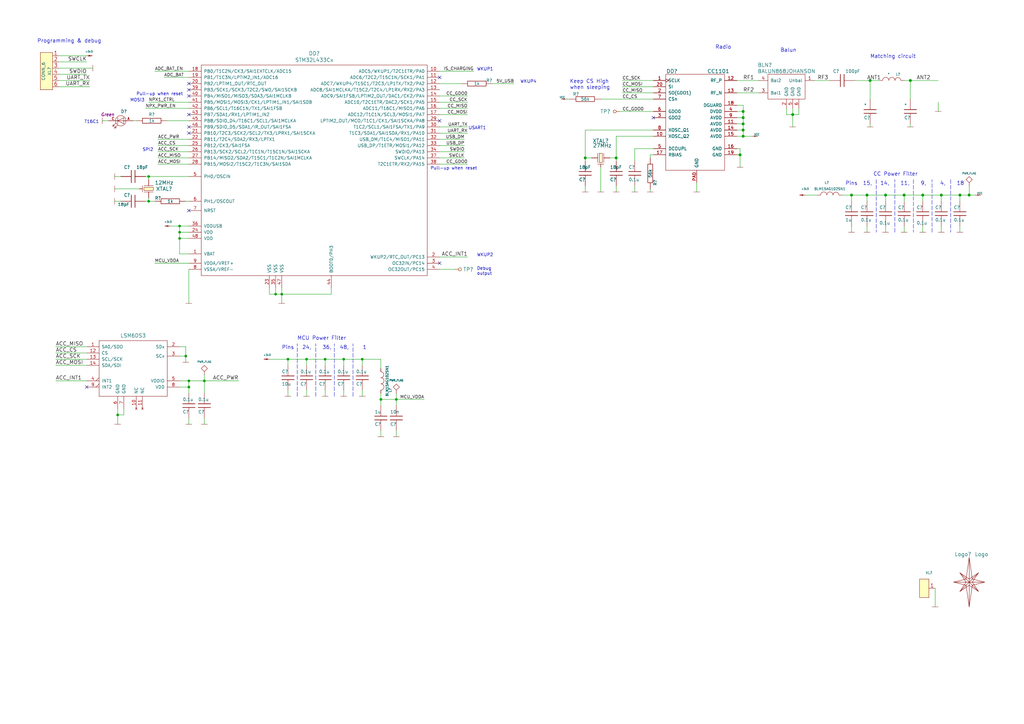
<source format=kicad_sch>
(kicad_sch (version 20211123) (generator eeschema)
  (paper "A3")
  (lib_symbols
    (symbol "BtnsSwitches:BUTTON_H" (pin_numbers hide) (pin_names (offset 1.016) hide)
      (property "Reference" "SW" (at -5.08 3.81 0))
      (property "Value" "BUTTON_H" (at 2.54 3.81 0))
      (symbol "BUTTON_H_0_1"
        (pin passive inverted (at -7.62 0 0) (length 5.08) (name "1") (number "1"))
        (pin passive inverted (at 7.62 0 180) (length 5.08) (name "2") (number "2"))
      )
      (symbol "BUTTON_H_1_1"
        (pin passive line (at 0 0 0) (length 0) (name "~") (number "H"))
      )
    )
    (symbol "Connectors_kl:CONN_1" (pin_names (offset 1.016) hide)
      (property "Reference" "XL" (at -1.27 0.254 90))
      (property "Value" "CONN_1" (at 0.254 0.508 90))
      (symbol "CONN_1_1_1"
        (pin passive line (at -5.08 0 0) (length 2.54) (name "P1") (number "1"))
      )
    )
    (symbol "Connectors_kl:CONN_3" (pin_names (offset 1.016) hide)
      (property "Reference" "XL" (at -1.27 0 90))
      (property "Value" "CONN_3" (at 1.27 0 90))
      (symbol "CONN_3_1_1"
        (pin passive line (at 5.08 2.54 180) (length 2.54) (name "P1") (number "1"))
        (pin passive line (at 5.08 0 180) (length 2.54) (name "PM") (number "2"))
        (pin passive line (at 5.08 -2.54 180) (length 2.54) (name "~") (number "3"))
      )
    )
    (symbol "Connectors_kl:CONN_6" (pin_names (offset 1.016))
      (property "Reference" "XL" (at -1.27 0 90))
      (property "Value" "CONN_6" (at 1.27 0 90))
      (symbol "CONN_6_1_1"
        (pin passive line (at -5.08 6.35 0) (length 2.54) (name "~") (number "1"))
        (pin passive line (at -5.08 3.81 0) (length 2.54) (name "~") (number "2"))
        (pin passive line (at -5.08 1.27 0) (length 2.54) (name "~") (number "3"))
        (pin passive line (at -5.08 -1.27 0) (length 2.54) (name "~") (number "4"))
        (pin passive line (at -5.08 -3.81 0) (length 2.54) (name "~") (number "5"))
        (pin passive line (at -5.08 -6.35 0) (length 2.54) (name "~") (number "6"))
      )
    )
    (symbol "Power_kl:MCP1700" (pin_names (offset 1.016))
      (property "Reference" "DA" (at 3.81 7.62 0))
      (property "Value" "MCP1700" (at -5.08 7.62 0))
      (symbol "MCP1700_1_1"
        (pin passive line (at 0 -11.43 90) (length 6.35) (name "GND") (number "1"))
        (pin power_out line (at 12.7 3.81 180) (length 6.35) (name "OUT") (number "2"))
        (pin power_in line (at -11.43 3.81 0) (length 6.35) (name "IN") (number "3"))
      )
    )
    (symbol "Power_kl:TP4056" (pin_names (offset 1.016))
      (property "Reference" "DA" (at -7.62 10.16 0))
      (property "Value" "TP4056" (at 3.81 10.16 0))
      (symbol "TP4056_1_1"
        (pin passive line (at 13.97 1.27 180) (length 5.08) (name "TEMP") (number "1"))
        (pin passive line (at 13.97 -2.54 180) (length 5.08) (name "PROG") (number "2"))
        (pin power_in line (at 0 -12.7 90) (length 5.08) (name "GND") (number "3"))
        (pin power_in line (at -15.24 6.35 0) (length 5.08) (name "Vcc") (number "4"))
        (pin passive line (at 13.97 6.35 180) (length 5.08) (name "BAT") (number "5"))
        (pin passive line (at -15.24 -5.08 0) (length 5.08) (name "~{STDBY}") (number "6"))
        (pin passive line (at -15.24 -2.54 0) (length 5.08) (name "~{CHRG}") (number "7"))
        (pin passive line (at -15.24 3.81 0) (length 5.08) (name "CE") (number "8"))
      )
    )
    (symbol "RF_ICs:BALUN868JOHANSON" (pin_names (offset 1.016))
      (property "Reference" "BLN" (at -8.89 8.89 0))
      (property "Value" "BALUN868JOHANSON" (at 0 6.35 0))
      (symbol "BALUN868JOHANSON_1_1"
        (pin passive line (at 11.43 2.54 180) (length 3.81) (name "Unbal") (number "1"))
        (pin passive line (at 0 -8.89 90) (length 3.81) (name "GND") (number "2"))
        (pin passive line (at -11.43 -2.54 0) (length 3.81) (name "Bal1") (number "3"))
        (pin passive line (at -11.43 2.54 0) (length 3.81) (name "Bal2") (number "4"))
        (pin passive line (at 2.54 -8.89 90) (length 3.81) (name "GND") (number "5"))
        (pin passive line (at 5.08 -8.89 90) (length 3.81) (name "GND") (number "6"))
      )
    )
    (symbol "RF_ICs:CC1101" (pin_names (offset 1.016))
      (property "Reference" "DD" (at -11.43 20.32 0))
      (property "Value" "CC1101" (at 7.62 20.32 0))
      (symbol "CC1101_1_1"
        (pin passive clock (at -19.05 16.51 0) (length 5.08) (name "SCLK") (number "1"))
        (pin passive line (at -19.05 -6.35 0) (length 5.08) (name "XOSC_Q2") (number "10"))
        (pin power_in line (at 15.24 -1.27 180) (length 5.08) (name "AVDD") (number "11"))
        (pin output line (at 15.24 16.51 180) (length 5.08) (name "RF_P") (number "12"))
        (pin output line (at 15.24 11.43 180) (length 5.08) (name "RF_N") (number "13"))
        (pin power_in line (at 15.24 -3.81 180) (length 5.08) (name "AVDD") (number "14"))
        (pin power_in line (at 15.24 -6.35 180) (length 5.08) (name "AVDD") (number "15"))
        (pin power_in line (at 15.24 -11.43 180) (length 5.08) (name "GND") (number "16"))
        (pin passive line (at -19.05 -13.97 0) (length 5.08) (name "RBIAS") (number "17"))
        (pin passive line (at 15.24 6.35 180) (length 5.08) (name "DGUARD") (number "18"))
        (pin power_in line (at 15.24 -13.97 180) (length 5.08) (name "GND") (number "19"))
        (pin passive line (at -19.05 11.43 0) (length 5.08) (name "SO(GDO1)") (number "2"))
        (pin passive line (at -19.05 13.97 0) (length 5.08) (name "SI") (number "20"))
        (pin passive line (at -19.05 1.27 0) (length 5.08) (name "GDO2") (number "3"))
        (pin power_in line (at 15.24 3.81 180) (length 5.08) (name "DVDD") (number "4"))
        (pin passive line (at -19.05 -11.43 0) (length 5.08) (name "DCOUPL") (number "5"))
        (pin passive line (at -19.05 3.81 0) (length 5.08) (name "GDO0") (number "6"))
        (pin passive line (at -19.05 8.89 0) (length 5.08) (name "CSn") (number "7"))
        (pin passive line (at -19.05 -3.81 0) (length 5.08) (name "XOSC_Q1") (number "8"))
        (pin power_in line (at 15.24 1.27 180) (length 5.08) (name "AVDD") (number "9"))
        (pin power_in line (at -1.27 -25.4 90) (length 5.08) (name "GND") (number "PAD"))
      )
    )
    (symbol "Sensors:LSM6DS3" (pin_names (offset 1.016))
      (property "Value" "LSM6DS3" (at -7.62 12.7 0))
      (property "Price" "124" (at 13.97 17.78 0))
      (symbol "LSM6DS3_1_1"
        (pin passive line (at -19.05 8.89 0) (length 5.08) (name "SA0/SDO") (number "1"))
        (pin no_connect line (at 1.27 -16.51 90) (length 5.08) (name "NC") (number "10"))
        (pin no_connect line (at 3.81 -16.51 90) (length 5.08) (name "NC") (number "11"))
        (pin passive line (at -19.05 6.35 0) (length 5.08) (name "CS") (number "12"))
        (pin passive line (at -19.05 3.81 0) (length 5.08) (name "SCL/SCK") (number "13"))
        (pin passive line (at -19.05 1.27 0) (length 5.08) (name "SDA/SDI") (number "14"))
        (pin passive line (at 19.05 8.89 180) (length 5.08) (name "SDx") (number "2"))
        (pin passive line (at 19.05 5.08 180) (length 5.08) (name "SCx") (number "3"))
        (pin passive output_low (at -19.05 -5.08 0) (length 5.08) (name "INT1") (number "4"))
        (pin power_in line (at 19.05 -5.08 180) (length 5.08) (name "VDDIO") (number "5"))
        (pin power_in line (at -6.35 -16.51 90) (length 5.08) (name "GND") (number "6"))
        (pin power_in line (at -3.81 -16.51 90) (length 5.08) (name "GND") (number "7"))
        (pin power_in line (at 19.05 -7.62 180) (length 5.08) (name "VDD") (number "8"))
        (pin passive output_low (at -19.05 -7.62 0) (length 5.08) (name "INT2") (number "9"))
      )
    )
    (symbol "Tittar_kl:C" (pin_numbers hide) (pin_names (offset 0.254))
      (property "Reference" "C" (at -2.54 -2.54 0))
      (property "Value" "C" (at -2.54 2.54 0))
      (property "Voltage" "10V" (at 0 0 0))
      (symbol "C_1_1"
        (pin passive line (at 0 5.08 270) (length 4.318) (name "~") (number "1"))
        (pin passive line (at 0 -5.08 90) (length 4.318) (name "~") (number "2"))
      )
    )
    (symbol "Tittar_kl:CRYSTAL_H" (pin_numbers hide) (pin_names (offset 1.016) hide)
      (property "Reference" "XTAL" (at 0 6.985 0))
      (property "Value" "CRYSTAL_H" (at 0.635 5.08 0))
      (symbol "CRYSTAL_H_1_1"
        (pin passive line (at -3.81 0 0) (length 2.54) (name "1") (number "1"))
        (pin passive line (at 3.81 0 180) (length 2.54) (name "2") (number "2"))
        (pin passive line (at 0 -3.81 90) (length 1.27) (name "H") (number "H"))
      )
    )
    (symbol "Tittar_kl:D_Shottky" (pin_numbers hide) (pin_names (offset 1.016) hide)
      (property "Reference" "D" (at 0 2.54 0))
      (property "Value" "D_Shottky" (at 0 -2.54 0))
      (symbol "D_Shottky_1_1"
        (pin passive line (at -3.81 0 0) (length 2.54) (name "~") (number "A"))
        (pin passive line (at 3.81 0 180) (length 2.54) (name "~") (number "C"))
      )
    )
    (symbol "Tittar_kl:Fuse0R" (pin_numbers hide) (pin_names (offset 0))
      (property "Reference" "F" (at -1.778 0 90))
      (property "Value" "Fuse0R" (at 0 0 90))
      (symbol "Fuse0R_1_1"
        (pin passive line (at 0 6.35 270) (length 2.54) (name "~") (number "1"))
        (pin passive line (at 0 -6.35 90) (length 2.54) (name "~") (number "2"))
      )
    )
    (symbol "Tittar_kl:L" (pin_numbers hide) (pin_names (offset 1.016) hide)
      (property "Reference" "L" (at -2.54 -3.556 90))
      (property "Value" "L" (at -2.54 0 90))
      (symbol "L_1_1"
        (pin passive line (at 0 5.08 270) (length 1.27) (name "1") (number "1"))
        (pin passive line (at 0 -5.08 90) (length 1.27) (name "2") (number "2"))
      )
    )
    (symbol "Tittar_kl:LED" (pin_names (offset 1.016) hide)
      (property "Reference" "D" (at 2.54 3.556 0))
      (property "Value" "LED" (at -2.032 3.556 0))
      (property "Color" "Green" (at 0 -3.81 0))
      (symbol "LED_1_1"
        (pin passive line (at -5.08 0 0) (length 3.81) (name "A") (number "A"))
        (pin passive line (at 5.08 0 180) (length 3.81) (name "C") (number "C"))
      )
    )
    (symbol "Tittar_kl:R" (pin_numbers hide) (pin_names (offset 0))
      (property "Reference" "R" (at 2.032 -3.81 90))
      (property "Value" "R" (at 0 0 90))
      (symbol "R_1_1"
        (pin passive line (at 0 6.35 270) (length 2.54) (name "~") (number "1"))
        (pin passive line (at 0 -6.35 90) (length 2.54) (name "~") (number "2"))
      )
    )
    (symbol "Transistors_kl:NPN" (pin_names (offset 0))
      (property "Reference" "Q" (at 5.08 1.27 0))
      (property "Value" "NPN" (at 6.35 -1.27 0))
      (symbol "NPN_1_1"
        (pin passive line (at -5.08 0 0) (length 2.54) (name "B") (number "1"))
        (pin passive line (at 1.27 -5.08 90) (length 2.54) (name "E") (number "2"))
        (pin passive line (at 1.27 5.08 270) (length 2.54) (name "C") (number "3"))
      )
    )
    (symbol "Transistors_kl:N_3PIN" (pin_names (offset 0))
      (property "Reference" "Q" (at 5.08 1.27 0))
      (property "Value" "N_3PIN" (at 10.16 -2.54 0))
      (symbol "N_3PIN_1_1"
        (pin passive line (at -5.08 1.27 0) (length 2.54) (name "G") (number "1"))
        (pin passive line (at 1.27 5.08 270) (length 2.54) (name "S") (number "2"))
        (pin passive line (at 1.27 -5.08 90) (length 2.54) (name "D") (number "3"))
      )
    )
    (symbol "Transistors_kl:P_3PIN" (pin_names (offset 0))
      (property "Reference" "Q" (at 3.81 -3.81 0))
      (property "Value" "P_3PIN" (at 0 5.08 0))
      (symbol "P_3PIN_1_1"
        (pin passive line (at -1.27 -5.08 90) (length 2.54) (name "G") (number "1"))
        (pin passive line (at -5.08 1.27 0) (length 2.54) (name "S") (number "2"))
        (pin passive line (at 5.08 1.27 180) (length 2.54) (name "D") (number "3"))
      )
    )
    (symbol "pcb_details:Logo" (pin_names (offset 1.016))
      (property "Reference" "Logo" (at -2.54 11.43 0))
      (property "Value" "Logo" (at 5.08 11.43 0))
    )
    (symbol "pcb_details:TESTPOINT" (pin_numbers hide) (pin_names (offset 1.016))
      (property "Reference" "TP" (at -5.715 0 0))
      (symbol "TESTPOINT_1_1"
        (pin passive line (at 0 0 180) (length 1.27) (name "~") (number "1"))
      )
    )
    (symbol "power:+3v3" (power) (pin_names (offset 0))
      (property "Value" "+3v3" (at 3.81 0 0))
      (symbol "+3v3_0_0"
        (pin power_in line (at 0 0 90) (length 0) hide (name "+3v3") (number "1"))
      )
    )
    (symbol "power:+BATT" (power) (pin_names (offset 0))
      (property "Value" "+BATT" (at 2.032 0.762 0))
      (symbol "+BATT_0_0"
        (pin power_in line (at 0 0 90) (length 0) hide (name "+BATT") (number "1"))
      )
    )
    (symbol "power:+PwrUnst" (power) (pin_names (offset 0))
      (property "Value" "+PwrUnst" (at 2.032 0.762 0))
      (symbol "+PwrUnst_0_0"
        (pin power_in line (at 0 0 90) (length 0) hide (name "+PwrUnst") (number "1"))
      )
    )
    (symbol "power:GND" (power) (pin_names (offset 0.254))
      (symbol "GND_1_1"
        (pin power_in line (at 0 0 270) (length 0) hide (name "GND") (number "1"))
      )
    )
    (symbol "power:PWR_FLAG" (power) (pin_numbers hide) (pin_names (offset 0) hide)
      (property "Value" "PWR_FLAG" (at 0 5.08 0))
      (symbol "PWR_FLAG_0_0"
        (pin power_out line (at 0 0 90) (length 0) (name "pwr") (number "1"))
      )
    )
    (symbol "power:VCC" (power) (pin_names (offset 0))
      (property "Value" "VCC" (at 1.778 0.762 0))
      (symbol "VCC_0_0"
        (pin power_in line (at 0 0 90) (length 0) hide (name "VCC") (number "1"))
      )
    )
    (symbol "st_kl:STM32L433Cx" (pin_names (offset 1.016))
      (property "Reference" "DD" (at -19.05 35.56 0))
      (property "Value" "STM32L433Cx" (at 10.16 35.56 0))
      (symbol "STM32L433Cx_1_1"
        (pin power_in line (at -50.8 -43.18 0) (length 5.08) (name "VBAT") (number "1"))
        (pin passive line (at 52.07 31.75 180) (length 5.08) (name "ADC5/WKUP1/T2C1ETR/PA0") (number "10"))
        (pin passive line (at 52.07 29.21 180) (length 5.08) (name "ADC6/T2C2/T15C1N/SCK1/PA1") (number "11"))
        (pin passive line (at 52.07 26.67 180) (length 5.08) (name "ADC7/WKUP4/T15C1/T2C3/LP1TX/TX2/PA2") (number "12"))
        (pin passive line (at 52.07 24.13 180) (length 5.08) (name "ADC8/SAI1MCLKA/T15C2/T2C4/LP1RX/RX2/PA3") (number "13"))
        (pin passive line (at 52.07 21.59 180) (length 5.08) (name "ADC9/SAI1FSB/LPTIM2_OUT/DAC1/CK2/PA4") (number "14"))
        (pin passive line (at 52.07 19.05 180) (length 5.08) (name "ADC10/T2C1ETR/DAC2/SCK1/PA5") (number "15"))
        (pin passive line (at 52.07 16.51 180) (length 5.08) (name "ADC11/T16C1/MISO1/PA6") (number "16"))
        (pin passive line (at 52.07 13.97 180) (length 5.08) (name "ADC12/T1C1N/SCL3/MOSI1/PA7") (number "17"))
        (pin passive line (at -50.8 31.75 0) (length 5.08) (name "PB0/T1C2N/CK3/SAI1EXTCLK/ADC15") (number "18"))
        (pin passive line (at -50.8 29.21 0) (length 5.08) (name "PB1/T1C3N/LPTIM2_IN1/ADC16") (number "19"))
        (pin passive line (at 52.07 -44.45 180) (length 5.08) (name "WKUP2/RTC_OUT/PC13") (number "2"))
        (pin passive line (at -50.8 26.67 0) (length 5.08) (name "PB2/LPTIM1_OUT/RTC_OUT") (number "20"))
        (pin passive line (at -50.8 6.35 0) (length 5.08) (name "PB10/T2C3/SCK2/SCL2/TX3/LPRX1/SAI1SCKA") (number "21"))
        (pin passive line (at -50.8 3.81 0) (length 5.08) (name "PB11/T2C4/SDA2/RX3/LPTX1") (number "22"))
        (pin power_in line (at -17.78 -57.15 90) (length 5.08) (name "VSS") (number "23"))
        (pin power_in line (at -50.8 -34.29 0) (length 5.08) (name "VDD") (number "24"))
        (pin passive line (at -50.8 1.27 0) (length 5.08) (name "PB12/CK3/SAI1FSA") (number "25"))
        (pin passive line (at -50.8 -1.27 0) (length 5.08) (name "PB13/SCK2/SCL2/T1C1N/T15C1N/SAI1SCKA") (number "26"))
        (pin passive line (at -50.8 -3.81 0) (length 5.08) (name "PB14/MISO2/SDA2/T15C1/T1C2N/SAI1MCLKA") (number "27"))
        (pin passive line (at -50.8 -6.35 0) (length 5.08) (name "PB15/MOSI2/T15C2/T1C3N/SAI1SDA") (number "28"))
        (pin passive line (at 52.07 11.43 180) (length 5.08) (name "LPTIM2_OUT/MCO/T1C1/CK1/SAI1SCKA/PA8") (number "29"))
        (pin passive line (at 52.07 -46.99 180) (length 5.08) (name "OC32IN/PC14") (number "3"))
        (pin passive line (at 52.07 8.89 180) (length 5.08) (name "T1C2/SCL1/SAI1FSA/TX1/PA9") (number "30"))
        (pin passive line (at 52.07 6.35 180) (length 5.08) (name "T1C3/SDA1/SAI1SDA/RX1/PA10") (number "31"))
        (pin passive line (at 52.07 3.81 180) (length 5.08) (name "USB_DM/T1C4/MISO1/PA11") (number "32"))
        (pin passive line (at 52.07 1.27 180) (length 5.08) (name "USB_DP/T1ETR/MOSI1/PA12") (number "33"))
        (pin passive line (at 52.07 -1.27 180) (length 5.08) (name "SWDIO/PA13") (number "34"))
        (pin power_in line (at -15.24 -57.15 90) (length 5.08) (name "VSS") (number "35"))
        (pin power_in line (at -50.8 -31.75 0) (length 5.08) (name "VDDUSB") (number "36"))
        (pin passive line (at 52.07 -3.81 180) (length 5.08) (name "SWCLK/PA14") (number "37"))
        (pin passive line (at 52.07 -6.35 180) (length 5.08) (name "T2C1ETR/RX2/PA15") (number "38"))
        (pin passive line (at -50.8 24.13 0) (length 5.08) (name "PB3/SCK1/SCK3/T2C2/SWO/SAI1SCKB") (number "39"))
        (pin passive line (at 52.07 -49.53 180) (length 5.08) (name "OC32OUT/PC15") (number "4"))
        (pin passive line (at -50.8 21.59 0) (length 5.08) (name "PB4/MISO1/MISO3/SDA3/SAI1MCLKB") (number "40"))
        (pin passive line (at -50.8 19.05 0) (length 5.08) (name "PB5/MOSI1/MOSI3/CK1/LPTIM1_IN1/SAI1SDB") (number "41"))
        (pin passive line (at -50.8 16.51 0) (length 5.08) (name "PB6/SCL1/T16C1N/TX1/SAI1FSB") (number "42"))
        (pin passive line (at -50.8 13.97 0) (length 5.08) (name "PB7/SDA1/RX1/LPTIM1_IN2") (number "43"))
        (pin passive line (at 7.62 -57.15 90) (length 5.08) (name "BOOT0/PH3") (number "44"))
        (pin passive line (at -50.8 11.43 0) (length 5.08) (name "PB8/SDIO_D4/T16C1/SCL1/SAI1MCLKA") (number "45"))
        (pin passive line (at -50.8 8.89 0) (length 5.08) (name "PB9/SDIO_D5/SDA1/IR_OUT/SAI1FSA") (number "46"))
        (pin power_in line (at -12.7 -57.15 90) (length 5.08) (name "VSS") (number "47"))
        (pin power_in line (at -50.8 -36.83 0) (length 5.08) (name "VDD") (number "48"))
        (pin passive line (at -50.8 -11.43 0) (length 5.08) (name "PH0/OSCIN") (number "5"))
        (pin passive line (at -50.8 -21.59 0) (length 5.08) (name "PH1/OSCOUT") (number "6"))
        (pin passive line (at -50.8 -25.4 0) (length 5.08) (name "NRST") (number "7"))
        (pin power_in line (at -50.8 -49.53 0) (length 5.08) (name "VSSA/VREF-") (number "8"))
        (pin power_in line (at -50.8 -46.99 0) (length 5.08) (name "VDDA/VREF+") (number "9"))
      )
    )
    (symbol "standard_logic:1xBUF_W3STATE" (pin_names (offset 1.016))
      (property "Reference" "DA" (at -5.715 6.35 0))
      (property "Value" "1xBUF_W3STATE" (at 5.08 6.35 0))
      (symbol "1xBUF_W3STATE_1_1"
        (pin passive line (at -11.43 3.81 0) (length 5.08) (name "~{OE}") (number "1"))
        (pin passive line (at -11.43 0 0) (length 5.08) (name "InA") (number "2"))
        (pin power_in line (at 13.97 -3.81 180) (length 5.08) (name "GND") (number "3"))
        (pin passive line (at 13.97 0 180) (length 5.08) (name "OutY") (number "4"))
        (pin power_in line (at -11.43 -3.81 0) (length 5.08) (name "Vcc") (number "5"))
      )
    )
  )
  (junction (at 132.08 322.58) (diameter 1.016))
  (junction (at 71.12 318.77) (diameter 1.016))
  (junction (at 271.78 322.58) (diameter 1.016))
  (junction (at 62.23 335.28) (diameter 1.016))
  (junction (at 91.44 335.28) (diameter 1.016))
  (junction (at 115.57 120.65))
  (junction (at 77.47 156.21))
  (junction (at 393.7 80.01) (diameter 1.016))
  (junction (at -148.59 266.7))
  (junction (at 349.25 80.01) (diameter 1.016))
  (junction (at -138.43 217.17))
  (junction (at 304.8 48.26) (diameter 1.016))
  (junction (at 60.96 82.55))
  (junction (at 44.45 318.77) (diameter 1.016))
  (junction (at 44.45 335.28) (diameter 1.016))
  (junction (at 166.37 322.58) (diameter 1.016))
  (junction (at 162.56 163.83))
  (junction (at -105.41 200.66))
  (junction (at 91.44 318.77) (diameter 1.016))
  (junction (at 397.51 80.01) (diameter 1.016))
  (junction (at -50.8 149.86))
  (junction (at 370.84 80.01) (diameter 1.016))
  (junction (at 30.48 318.77) (diameter 1.016))
  (junction (at 304.8 50.8) (diameter 1.016))
  (junction (at 73.66 97.79))
  (junction (at 252.73 64.77) (diameter 1.016))
  (junction (at 373.38 33.02) (diameter 1.016))
  (junction (at 113.03 120.65))
  (junction (at 156.21 163.83))
  (junction (at 133.35 147.32))
  (junction (at 77.47 158.75))
  (junction (at -39.37 125.73))
  (junction (at 137.16 322.58) (diameter 1.016))
  (junction (at -147.32 227.33))
  (junction (at 363.22 80.01) (diameter 1.016))
  (junction (at 386.08 80.01) (diameter 1.016))
  (junction (at 378.46 80.01) (diameter 1.016))
  (junction (at 60.96 72.39))
  (junction (at 83.82 156.21))
  (junction (at 304.8 53.34) (diameter 1.016))
  (junction (at 304.8 55.88) (diameter 1.016))
  (junction (at 55.88 318.77) (diameter 1.016))
  (junction (at 140.97 147.32))
  (junction (at 125.73 147.32))
  (junction (at 355.6 80.01) (diameter 1.016))
  (junction (at -138.43 200.66))
  (junction (at 76.2 146.05))
  (junction (at 73.66 95.25))
  (junction (at 240.03 64.77) (diameter 1.016))
  (junction (at 212.09 325.12) (diameter 1.016))
  (junction (at 304.8 45.72) (diameter 1.016))
  (junction (at 204.47 322.58) (diameter 1.016))
  (junction (at 118.11 147.32))
  (junction (at -114.3 200.66))
  (junction (at -119.38 266.7))
  (junction (at 325.12 46.99) (diameter 1.016))
  (junction (at 148.59 147.32))
  (junction (at 356.87 33.02) (diameter 1.016))
  (junction (at 303.53 63.5) (diameter 1.016))
  (junction (at 73.66 92.71))
  (junction (at 48.26 170.18))
  (no_connect (at 180.34 107.95))
  (no_connect (at 77.47 34.29))
  (no_connect (at 77.47 46.99))
  (no_connect (at 229.87 334.01))
  (no_connect (at 77.47 54.61))
  (no_connect (at 267.97 48.26))
  (no_connect (at 180.34 31.75))
  (no_connect (at 81.28 335.28))
  (no_connect (at 180.34 49.53))
  (no_connect (at 77.47 39.37))
  (no_connect (at 77.47 36.83))
  (no_connect (at 77.47 52.07))
  (no_connect (at 35.56 158.75))
  (no_connect (at 77.47 86.36))
  (wire (pts (xy 370.84 80.01) (xy 378.46 80.01)))
  (wire (pts (xy 22.86 147.32) (xy 35.56 147.32)))
  (wire (pts (xy 180.34 59.69) (xy 190.5 59.69)))
  (wire (pts (xy 69.85 92.71) (xy 73.66 92.71)))
  (wire (pts (xy 91.44 316.23) (xy 91.44 318.77)))
  (wire (pts (xy -129.54 207.01) (xy -129.54 217.17)))
  (wire (pts (xy 66.04 342.9) (xy 71.12 342.9)))
  (wire (pts (xy 64.77 62.23) (xy 77.47 62.23)))
  (wire (pts (xy 370.84 92.71) (xy 370.84 95.25)))
  (wire (pts (xy 118.11 149.86) (xy 118.11 147.32)))
  (wire (pts (xy 302.26 53.34) (xy 304.8 53.34)))
  (wire (pts (xy 355.6 80.01) (xy 363.22 80.01)))
  (wire (pts (xy -148.59 280.67) (xy -148.59 283.21)))
  (wire (pts (xy 77.47 156.21) (xy 77.47 158.75)))
  (wire (pts (xy 44.45 350.52) (xy 44.45 347.98)))
  (wire (pts (xy 201.93 322.58) (xy 204.47 322.58)))
  (wire (pts (xy 285.75 74.93) (xy 285.75 78.74)))
  (wire (pts (xy 140.97 147.32) (xy 148.59 147.32)))
  (wire (pts (xy 50.8 167.64) (xy 50.8 170.18)))
  (wire (pts (xy 180.34 62.23) (xy 190.5 62.23)))
  (wire (pts (xy -114.3 200.66) (xy -105.41 200.66)))
  (wire (pts (xy 132.08 330.2) (xy 132.08 322.58)))
  (wire (pts (xy 302.26 33.02) (xy 311.15 33.02)))
  (wire (pts (xy 259.08 322.58) (xy 271.78 322.58)))
  (wire (pts (xy 71.12 309.88) (xy 71.12 318.77)))
  (wire (pts (xy 148.59 147.32) (xy 156.21 147.32)))
  (wire (pts (xy 73.66 95.25) (xy 73.66 92.71)))
  (wire (pts (xy -123.19 200.66) (xy -114.3 200.66)))
  (wire (pts (xy 156.21 163.83) (xy 156.21 166.37)))
  (wire (pts (xy 384.81 41.91) (xy 384.81 45.72)))
  (wire (pts (xy 166.37 322.58) (xy 168.91 322.58)))
  (wire (pts (xy 204.47 322.58) (xy 229.87 322.58)))
  (wire (pts (xy -58.42 203.2) (xy -62.23 203.2)))
  (wire (pts (xy 260.35 60.96) (xy 260.35 66.04)))
  (wire (pts (xy -50.8 149.86) (xy -50.8 151.13)))
  (wire (pts (xy 212.09 344.17) (xy 212.09 346.71)))
  (wire (pts (xy 397.51 80.01) (xy 400.05 80.01)))
  (wire (pts (xy 355.6 92.71) (xy 355.6 95.25)))
  (wire (pts (xy 137.16 322.58) (xy 137.16 320.04)))
  (wire (pts (xy 88.9 335.28) (xy 91.44 335.28)))
  (wire (pts (xy 327.66 46.99) (xy 327.66 44.45)))
  (wire (pts (xy 60.96 72.39) (xy 59.69 72.39)))
  (wire (pts (xy 77.47 67.31) (xy 64.77 67.31)))
  (wire (pts (xy 135.89 120.65) (xy 135.89 118.11)))
  (wire (pts (xy -119.38 266.7) (xy -119.38 270.51)))
  (wire (pts (xy 60.96 82.55) (xy 63.5 82.55)))
  (wire (pts (xy 204.47 346.71) (xy 204.47 342.9)))
  (wire (pts (xy 180.34 322.58) (xy 189.23 322.58)))
  (wire (pts (xy 325.12 44.45) (xy 325.12 46.99)))
  (wire (pts (xy -62.23 203.2) (xy -62.23 199.39)))
  (wire (pts (xy 156.21 151.13) (xy 156.21 147.32)))
  (wire (pts (xy -121.92 266.7) (xy -119.38 266.7)))
  (wire (pts (xy 240.03 64.77) (xy 240.03 66.04)))
  (wire (pts (xy 24.13 22.86) (xy 35.56 22.86)))
  (wire (pts (xy 217.17 331.47) (xy 229.87 331.47)))
  (wire (pts (xy 208.28 325.12) (xy 212.09 325.12)))
  (wire (pts (xy 356.87 33.02) (xy 360.68 33.02)))
  (wire (pts (xy -39.37 128.27) (xy -39.37 125.73)))
  (wire (pts (xy 246.38 68.58) (xy 246.38 78.74)))
  (wire (pts (xy 302.26 63.5) (xy 303.53 63.5)))
  (wire (pts (xy -114.3 198.12) (xy -114.3 200.66)))
  (wire (pts (xy 370.84 33.02) (xy 373.38 33.02)))
  (wire (pts (xy 59.69 82.55) (xy 60.96 82.55)))
  (polyline (pts (xy 374.65 73.66) (xy 374.65 95.25)) (stroke (width 0) (type dash)))
  (wire (pts (xy 77.47 124.46) (xy 77.47 110.49)))
  (wire (pts (xy 44.45 49.53) (xy 41.91 49.53)))
  (wire (pts (xy 35.56 149.86) (xy 22.86 149.86)))
  (wire (pts (xy 194.31 29.21) (xy 180.34 29.21)))
  (wire (pts (xy 55.88 49.53) (xy 54.61 49.53)))
  (wire (pts (xy 49.53 82.55) (xy 46.99 82.55)))
  (wire (pts (xy 191.77 52.07) (xy 180.34 52.07)))
  (wire (pts (xy 73.66 104.14) (xy 73.66 97.79)))
  (wire (pts (xy 63.5 29.21) (xy 77.47 29.21)))
  (wire (pts (xy 254 45.72) (xy 267.97 45.72)))
  (wire (pts (xy -39.37 107.95) (xy -39.37 110.49)))
  (wire (pts (xy 77.47 57.15) (xy 64.77 57.15)))
  (wire (pts (xy 71.12 342.9) (xy 71.12 318.77)))
  (wire (pts (xy 252.73 76.2) (xy 252.73 78.74)))
  (wire (pts (xy 77.47 171.45) (xy 77.47 173.99)))
  (wire (pts (xy -138.43 217.17) (xy -138.43 220.98)))
  (polyline (pts (xy 121.92 162.56) (xy 121.92 140.97)))
  (wire (pts (xy 378.46 82.55) (xy 378.46 80.01)))
  (wire (pts (xy 303.53 60.96) (xy 302.26 60.96)))
  (wire (pts (xy 304.8 53.34) (xy 304.8 55.88)))
  (wire (pts (xy 133.35 147.32) (xy 140.97 147.32)))
  (wire (pts (xy 252.73 64.77) (xy 252.73 55.88)))
  (wire (pts (xy 266.7 327.66) (xy 266.7 346.71)))
  (wire (pts (xy 325.12 46.99) (xy 325.12 52.07)))
  (wire (pts (xy 302.26 55.88) (xy 304.8 55.88)))
  (wire (pts (xy 162.56 176.53) (xy 162.56 179.07)))
  (wire (pts (xy 212.09 325.12) (xy 229.87 325.12)))
  (wire (pts (xy 137.16 336.55) (xy 137.16 339.09)))
  (wire (pts (xy 373.38 33.02) (xy 373.38 40.64)))
  (wire (pts (xy 77.47 104.14) (xy 73.66 104.14)))
  (wire (pts (xy 148.59 149.86) (xy 148.59 147.32)))
  (wire (pts (xy 255.27 33.02) (xy 267.97 33.02)))
  (wire (pts (xy 24.13 35.56) (xy 36.83 35.56)))
  (wire (pts (xy 140.97 149.86) (xy 140.97 147.32)))
  (wire (pts (xy 242.57 64.77) (xy 240.03 64.77)))
  (wire (pts (xy 113.03 118.11) (xy 113.03 120.65)))
  (wire (pts (xy 129.54 322.58) (xy 132.08 322.58)))
  (wire (pts (xy 76.2 82.55) (xy 77.47 82.55)))
  (wire (pts (xy 302.26 43.18) (xy 304.8 43.18)))
  (wire (pts (xy 162.56 161.29) (xy 162.56 163.83)))
  (wire (pts (xy -138.43 245.11) (xy -138.43 231.14)))
  (wire (pts (xy -138.43 200.66) (xy -138.43 203.2)))
  (wire (pts (xy 393.7 92.71) (xy 393.7 95.25)))
  (wire (pts (xy 113.03 120.65) (xy 115.57 120.65)))
  (wire (pts (xy 64.77 64.77) (xy 77.47 64.77)))
  (wire (pts (xy 271.78 332.74) (xy 271.78 322.58)))
  (wire (pts (xy 201.93 34.29) (xy 210.82 34.29)))
  (wire (pts (xy 77.47 158.75) (xy 77.47 161.29)))
  (wire (pts (xy 68.58 318.77) (xy 71.12 318.77)))
  (wire (pts (xy -50.8 163.83) (xy -50.8 166.37)))
  (wire (pts (xy 35.56 25.4) (xy 24.13 25.4)))
  (wire (pts (xy 304.8 55.88) (xy 308.61 55.88)))
  (wire (pts (xy 255.27 38.1) (xy 267.97 38.1)))
  (wire (pts (xy -33.02 210.82) (xy -33.02 214.63)))
  (wire (pts (xy 91.44 335.28) (xy 91.44 337.82)))
  (wire (pts (xy 386.08 80.01) (xy 393.7 80.01)))
  (wire (pts (xy 303.53 68.58) (xy 303.53 63.5)))
  (wire (pts (xy -134.62 283.21) (xy -134.62 281.94)))
  (wire (pts (xy -74.93 210.82) (xy -58.42 210.82)))
  (wire (pts (xy 30.48 318.77) (xy 30.48 336.55)))
  (wire (pts (xy 311.15 38.1) (xy 302.26 38.1)))
  (wire (pts (xy 48.26 170.18) (xy 48.26 173.99)))
  (wire (pts (xy 240.03 53.34) (xy 240.03 64.77)))
  (wire (pts (xy 30.48 350.52) (xy 30.48 346.71)))
  (wire (pts (xy 83.82 156.21) (xy 83.82 161.29)))
  (polyline (pts (xy 367.03 95.25) (xy 367.03 73.66)) (stroke (width 0) (type dash)))
  (wire (pts (xy 12.7 318.77) (xy 30.48 318.77)))
  (wire (pts (xy -53.34 125.73) (xy -39.37 125.73)))
  (wire (pts (xy 60.96 72.39) (xy 60.96 73.66)))
  (wire (pts (xy 60.96 81.28) (xy 60.96 82.55)))
  (wire (pts (xy 386.08 82.55) (xy 386.08 80.01)))
  (wire (pts (xy 22.86 156.21) (xy 35.56 156.21)))
  (wire (pts (xy 204.47 322.58) (xy 204.47 332.74)))
  (wire (pts (xy 73.66 156.21) (xy 77.47 156.21)))
  (polyline (pts (xy 144.78 162.56) (xy 144.78 140.97)))
  (wire (pts (xy -147.32 227.33) (xy -147.32 229.87)))
  (wire (pts (xy 349.25 80.01) (xy 355.6 80.01)))
  (wire (pts (xy 125.73 147.32) (xy 133.35 147.32)))
  (wire (pts (xy 49.53 72.39) (xy 46.99 72.39)))
  (wire (pts (xy -20.32 207.01) (xy -33.02 207.01)))
  (wire (pts (xy 77.47 97.79) (xy 73.66 97.79)))
  (wire (pts (xy 266.7 64.77) (xy 266.7 63.5)))
  (wire (pts (xy 71.12 318.77) (xy 91.44 318.77)))
  (wire (pts (xy 44.45 318.77) (xy 55.88 318.77)))
  (wire (pts (xy -39.37 153.67) (xy -39.37 166.37)))
  (wire (pts (xy 246.38 40.64) (xy 267.97 40.64)))
  (wire (pts (xy 267.97 53.34) (xy 240.03 53.34)))
  (wire (pts (xy 240.03 76.2) (xy 240.03 78.74)))
  (wire (pts (xy 36.83 33.02) (xy 24.13 33.02)))
  (wire (pts (xy 73.66 158.75) (xy 77.47 158.75)))
  (wire (pts (xy -21.59 204.47) (xy -20.32 204.47)))
  (wire (pts (xy 393.7 80.01) (xy 397.51 80.01)))
  (wire (pts (xy 57.15 77.47) (xy 46.99 77.47)))
  (wire (pts (xy 355.6 82.55) (xy 355.6 80.01)))
  (wire (pts (xy 378.46 92.71) (xy 378.46 95.25)))
  (wire (pts (xy 125.73 149.86) (xy 125.73 147.32)))
  (wire (pts (xy 67.31 31.75) (xy 77.47 31.75)))
  (wire (pts (xy 115.57 120.65) (xy 135.89 120.65)))
  (wire (pts (xy 166.37 336.55) (xy 166.37 339.09)))
  (wire (pts (xy 132.08 322.58) (xy 137.16 322.58)))
  (wire (pts (xy 245.11 341.63) (xy 245.11 346.71)))
  (wire (pts (xy -151.13 266.7) (xy -148.59 266.7)))
  (wire (pts (xy 77.47 95.25) (xy 73.66 95.25)))
  (wire (pts (xy 180.34 54.61) (xy 191.77 54.61)))
  (wire (pts (xy 162.56 163.83) (xy 173.99 163.83)))
  (wire (pts (xy 397.51 80.01) (xy 397.51 76.2)))
  (wire (pts (xy 180.34 67.31) (xy 191.77 67.31)))
  (wire (pts (xy -165.1 227.33) (xy -147.32 227.33)))
  (wire (pts (xy 163.83 322.58) (xy 166.37 322.58)))
  (wire (pts (xy 151.13 339.09) (xy 151.13 337.82)))
  (wire (pts (xy 73.66 97.79) (xy 73.66 95.25)))
  (wire (pts (xy 330.2 80.01) (xy 335.28 80.01)))
  (wire (pts (xy 260.35 76.2) (xy 260.35 78.74)))
  (wire (pts (xy 77.47 49.53) (xy 68.58 49.53)))
  (wire (pts (xy 252.73 66.04) (xy 252.73 64.77)))
  (wire (pts (xy -39.37 143.51) (xy -39.37 140.97)))
  (wire (pts (xy -105.41 214.63) (xy -105.41 217.17)))
  (wire (pts (xy -64.77 149.86) (xy -50.8 149.86)))
  (wire (pts (xy 345.44 80.01) (xy 349.25 80.01)))
  (wire (pts (xy 24.13 27.94) (xy 38.1 27.94)))
  (wire (pts (xy 373.38 50.8) (xy 373.38 52.07)))
  (wire (pts (xy 156.21 161.29) (xy 156.21 163.83)))
  (wire (pts (xy 304.8 43.18) (xy 304.8 45.72)))
  (wire (pts (xy 115.57 120.65) (xy 115.57 118.11)))
  (wire (pts (xy 356.87 33.02) (xy 356.87 40.64)))
  (wire (pts (xy -105.41 204.47) (xy -105.41 200.66)))
  (wire (pts (xy 62.23 325.12) (xy 62.23 335.28)))
  (wire (pts (xy 91.44 332.74) (xy 91.44 335.28)))
  (wire (pts (xy 378.46 80.01) (xy 386.08 80.01)))
  (wire (pts (xy 137.16 322.58) (xy 139.7 322.58)))
  (wire (pts (xy -74.93 207.01) (xy -58.42 207.01)))
  (wire (pts (xy 191.77 44.45) (xy 180.34 44.45)))
  (wire (pts (xy 62.23 335.28) (xy 73.66 335.28)))
  (wire (pts (xy 133.35 160.02) (xy 133.35 162.56)))
  (wire (pts (xy 166.37 322.58) (xy 166.37 326.39)))
  (wire (pts (xy 190.5 57.15) (xy 180.34 57.15)))
  (wire (pts (xy 110.49 118.11) (xy 110.49 120.65)))
  (wire (pts (xy 140.97 160.02) (xy 140.97 162.56)))
  (wire (pts (xy 115.57 124.46) (xy 115.57 120.65)))
  (wire (pts (xy 73.66 92.71) (xy 77.47 92.71)))
  (wire (pts (xy 22.86 142.24) (xy 35.56 142.24)))
  (wire (pts (xy 77.47 156.21) (xy 83.82 156.21)))
  (polyline (pts (xy 129.54 162.56) (xy 129.54 140.97)))
  (wire (pts (xy 63.5 107.95) (xy 77.47 107.95)))
  (wire (pts (xy 350.52 33.02) (xy 356.87 33.02)))
  (wire (pts (xy 386.08 92.71) (xy 386.08 95.25)))
  (wire (pts (xy 322.58 44.45) (xy 322.58 46.99)))
  (polyline (pts (xy 359.41 73.66) (xy 359.41 95.25)) (stroke (width 0) (type dash)))
  (wire (pts (xy -148.59 266.7) (xy -146.05 266.7)))
  (wire (pts (xy 156.21 163.83) (xy 162.56 163.83)))
  (wire (pts (xy 133.35 149.86) (xy 133.35 147.32)))
  (wire (pts (xy 180.34 46.99) (xy 191.77 46.99)))
  (wire (pts (xy 59.69 44.45) (xy 77.47 44.45)))
  (wire (pts (xy 118.11 147.32) (xy 125.73 147.32)))
  (wire (pts (xy -45.72 149.86) (xy -50.8 149.86)))
  (polyline (pts (xy 382.27 95.25) (xy 382.27 73.66)) (stroke (width 0) (type dash)))
  (wire (pts (xy 76.2 142.24) (xy 76.2 146.05)))
  (polyline (pts (xy 137.16 162.56) (xy 137.16 140.97)))
  (wire (pts (xy 118.11 160.02) (xy 118.11 162.56)))
  (wire (pts (xy 162.56 163.83) (xy 162.56 166.37)))
  (wire (pts (xy 91.44 350.52) (xy 91.44 347.98)))
  (wire (pts (xy 304.8 45.72) (xy 304.8 48.26)))
  (wire (pts (xy 191.77 39.37) (xy 180.34 39.37)))
  (wire (pts (xy -105.41 200.66) (xy -85.09 200.66)))
  (wire (pts (xy 148.59 160.02) (xy 148.59 162.56)))
  (wire (pts (xy 59.69 335.28) (xy 62.23 335.28)))
  (wire (pts (xy 110.49 120.65) (xy 113.03 120.65)))
  (wire (pts (xy 373.38 33.02) (xy 384.81 33.02)))
  (wire (pts (xy 48.26 167.64) (xy 48.26 170.18)))
  (wire (pts (xy 259.08 331.47) (xy 261.62 331.47)))
  (wire (pts (xy 30.48 318.77) (xy 44.45 318.77)))
  (wire (pts (xy 60.96 72.39) (xy 77.47 72.39)))
  (wire (pts (xy 363.22 92.71) (xy 363.22 95.25)))
  (wire (pts (xy -148.59 266.7) (xy -148.59 270.51)))
  (wire (pts (xy 266.7 63.5) (xy 267.97 63.5)))
  (wire (pts (xy 180.34 34.29) (xy 189.23 34.29)))
  (wire (pts (xy 252.73 55.88) (xy 267.97 55.88)))
  (wire (pts (xy 110.49 147.32) (xy 118.11 147.32)))
  (wire (pts (xy 363.22 80.01) (xy 370.84 80.01)))
  (wire (pts (xy 44.45 335.28) (xy 44.45 337.82)))
  (wire (pts (xy 64.77 59.69) (xy 77.47 59.69)))
  (wire (pts (xy 212.09 331.47) (xy 212.09 325.12)))
  (wire (pts (xy 349.25 92.71) (xy 349.25 95.25)))
  (wire (pts (xy -21.59 199.39) (xy -21.59 204.47)))
  (wire (pts (xy 204.47 318.77) (xy 204.47 322.58)))
  (wire (pts (xy -144.78 227.33) (xy -147.32 227.33)))
  (wire (pts (xy 83.82 153.67) (xy 83.82 156.21)))
  (wire (pts (xy 363.22 82.55) (xy 363.22 80.01)))
  (wire (pts (xy 50.8 342.9) (xy 53.34 342.9)))
  (wire (pts (xy 271.78 346.71) (xy 271.78 342.9)))
  (wire (pts (xy 356.87 50.8) (xy 356.87 52.07)))
  (wire (pts (xy 91.44 318.77) (xy 91.44 320.04)))
  (wire (pts (xy 303.53 63.5) (xy 303.53 60.96)))
  (wire (pts (xy 325.12 46.99) (xy 327.66 46.99)))
  (wire (pts (xy 156.21 176.53) (xy 156.21 179.07)))
  (wire (pts (xy 266.7 77.47) (xy 266.7 78.74)))
  (wire (pts (xy 44.45 320.04) (xy 44.45 318.77)))
  (wire (pts (xy 304.8 48.26) (xy 304.8 50.8)))
  (polyline (pts (xy 389.89 73.66) (xy 389.89 95.25)) (stroke (width 0) (type dash)))
  (wire (pts (xy 271.78 322.58) (xy 281.94 322.58)))
  (wire (pts (xy 76.2 146.05) (xy 76.2 148.59)))
  (wire (pts (xy 12.7 340.36) (xy 12.7 350.52)))
  (wire (pts (xy 322.58 46.99) (xy 325.12 46.99)))
  (wire (pts (xy 91.44 318.77) (xy 96.52 318.77)))
  (wire (pts (xy 44.45 335.28) (xy 46.99 335.28)))
  (wire (pts (xy 261.62 346.71) (xy 261.62 344.17)))
  (wire (pts (xy 121.92 330.2) (xy 119.38 330.2)))
  (wire (pts (xy 24.13 30.48) (xy 35.56 30.48)))
  (wire (pts (xy 302.26 50.8) (xy 304.8 50.8)))
  (wire (pts (xy 250.19 64.77) (xy 252.73 64.77)))
  (wire (pts (xy 349.25 82.55) (xy 349.25 80.01)))
  (wire (pts (xy 55.88 318.77) (xy 58.42 318.77)))
  (wire (pts (xy 137.16 322.58) (xy 137.16 326.39)))
  (wire (pts (xy 55.88 309.88) (xy 55.88 318.77)))
  (wire (pts (xy 44.45 332.74) (xy 44.45 335.28)))
  (wire (pts (xy -138.43 200.66) (xy -133.35 200.66)))
  (wire (pts (xy 180.34 64.77) (xy 190.5 64.77)))
  (wire (pts (xy -129.54 217.17) (xy -138.43 217.17)))
  (wire (pts (xy 83.82 156.21) (xy 97.79 156.21)))
  (wire (pts (xy 191.77 105.41) (xy 180.34 105.41)))
  (wire (pts (xy 302.26 48.26) (xy 304.8 48.26)))
  (wire (pts (xy -33.02 199.39) (xy -21.59 199.39)))
  (wire (pts (xy 60.96 41.91) (xy 77.47 41.91)))
  (wire (pts (xy 22.86 144.78) (xy 35.56 144.78)))
  (wire (pts (xy 266.7 327.66) (xy 259.08 327.66)))
  (wire (pts (xy -21.59 209.55) (xy -20.32 209.55)))
  (wire (pts (xy 383.54 241.3) (xy 383.54 248.92)))
  (wire (pts (xy 255.27 35.56) (xy 267.97 35.56)))
  (wire (pts (xy 73.66 146.05) (xy 76.2 146.05)))
  (wire (pts (xy 304.8 50.8) (xy 304.8 53.34)))
  (wire (pts (xy -21.59 209.55) (xy -21.59 214.63)))
  (wire (pts (xy 125.73 160.02) (xy 125.73 162.56)))
  (wire (pts (xy 129.54 330.2) (xy 132.08 330.2)))
  (wire (pts (xy -119.38 266.7) (xy -116.84 266.7)))
  (wire (pts (xy 267.97 60.96) (xy 260.35 60.96)))
  (wire (pts (xy -147.32 245.11) (xy -147.32 242.57)))
  (wire (pts (xy 186.69 110.49) (xy 180.34 110.49)))
  (wire (pts (xy 232.41 40.64) (xy 233.68 40.64)))
  (wire (pts (xy 69.85 309.88) (xy 71.12 309.88)))
  (wire (pts (xy -39.37 125.73) (xy -39.37 123.19)))
  (wire (pts (xy -143.51 200.66) (xy -138.43 200.66)))
  (wire (pts (xy 76.2 142.24) (xy 73.66 142.24)))
  (wire (pts (xy 114.3 322.58) (xy 121.92 322.58)))
  (wire (pts (xy 370.84 82.55) (xy 370.84 80.01)))
  (wire (pts (xy -119.38 280.67) (xy -119.38 283.21)))
  (wire (pts (xy 180.34 41.91) (xy 191.77 41.91)))
  (wire (pts (xy -138.43 215.9) (xy -138.43 217.17)))
  (wire (pts (xy 334.01 33.02) (xy 340.36 33.02)))
  (wire (pts (xy 50.8 170.18) (xy 48.26 170.18)))
  (wire (pts (xy 57.15 309.88) (xy 55.88 309.88)))
  (wire (pts (xy 83.82 171.45) (xy 83.82 173.99)))
  (wire (pts (xy 393.7 82.55) (xy 393.7 80.01)))
  (wire (pts (xy 302.26 45.72) (xy 304.8 45.72)))
  (text "MOSI3" (at 53.34 41.91 0) (effects (font (size 1.27 1.27)) (justify left bottom)))
  (text "MCU power" (at 147.32 311.15 0) (effects (font (size 1.524 1.524)) (justify left bottom)))
  (text "Pull-up when reset" (at 55.88 39.37 0) (effects (font (size 1.27 1.27)) (justify left bottom)))
  (text "Battery or USB" (at 115.57 317.5 0) (effects (font (size 1.524 1.524)) (justify left bottom)))
  (text "Pull-up when reset" (at 176.53 69.85 0) (effects (font (size 1.27 1.27)) (justify left bottom)))
  (text "Neopixel power control" (at -138.43 186.69 0) (effects (font (size 1.524 1.524)) (justify left bottom)))
  (text "Balun" (at 320.04 21.59 0) (effects (font (size 1.524 1.524)) (justify left bottom)))
  (text "WKUP2" (at 195.58 105.41 0) (effects (font (size 1.27 1.27)) (justify left bottom)))
  (text "WKUP4" (at 213.36 34.29 0) (effects (font (size 1.27 1.27)) (justify left bottom)))
  (text "MCU Power Filter" (at 121.92 139.7 0) (effects (font (size 1.524 1.524)) (justify left bottom)))
  (text "Programming & debug" (at 15.24 17.78 0) (effects (font (size 1.524 1.524)) (justify left bottom)))
  (text "Keep CS High\nwhen sleeping" (at 233.68 36.83 0) (effects (font (size 1.524 1.524)) (justify left bottom)))
  (text "USART1" (at 199.39 53.34 180) (effects (font (size 1.27 1.27)) (justify right bottom)))
  (text "Buffer" (at -48.26 194.31 0) (effects (font (size 1.524 1.524)) (justify left bottom)))
  (text "Pins   24,    36,   48,     1" (at 115.57 143.51 0) (effects (font (size 1.524 1.524)) (justify left bottom)))
  (text "Charger\n1.2k => 1000mA" (at 237.49 313.69 0) (effects (font (size 1.524 1.524)) (justify left bottom)))
  (text "SPI2" (at 58.42 62.23 0) (effects (font (size 1.27 1.27)) (justify left bottom)))
  (text "Matching circuit" (at 356.87 24.13 0) (effects (font (size 1.524 1.524)) (justify left bottom)))
  (text "CC Power Filter" (at 358.14 72.39 0) (effects (font (size 1.524 1.524)) (justify left bottom)))
  (text "Pins  15,   14,    11,    9,     4,    18" (at 346.71 76.2 0) (effects (font (size 1.524 1.524)) (justify left bottom)))
  (text "Radio" (at 293.37 20.32 0) (effects (font (size 1.524 1.524)) (justify left bottom)))
  (text "MCU power" (at -138.43 255.27 0) (effects (font (size 1.524 1.524)) (justify left bottom)))
  (text "T16C1" (at 40.64 50.8 180) (effects (font (size 1.27 1.27)) (justify right bottom)))
  (text "Debug \noutput" (at 195.58 113.03 0) (effects (font (size 1.27 1.27)) (justify left bottom)))
  (text "WKUP1" (at 195.58 29.21 0) (effects (font (size 1.27 1.27)) (justify left bottom)))
  (label "ACC_MISO" (at 22.86 142.24 0) (effects (font (size 1.524 1.524))))
  (label "RF3" (at 335.28 33.02 0) (effects (font (size 1.524 1.524))))
  (label "UART_TX" (at 191.77 52.07 180))
  (label "USB_DM" (at 190.5 57.15 180))
  (label "ACC_INT1" (at 191.77 105.41 180) (effects (font (size 1.524 1.524))))
  (label "ACC_INT1" (at 22.86 156.21 0) (effects (font (size 1.524 1.524))))
  (label "ACC_PWR" (at 97.79 156.21 180) (effects (font (size 1.524 1.524))))
  (label "CC_SCK" (at 191.77 41.91 180))
  (label "5V_USB" (at 210.82 34.29 180))
  (label "IS_CHARGING" (at 194.31 29.21 180))
  (label "CC_SCK" (at 255.27 33.02 0))
  (label "ACC_CS" (at 22.86 144.78 0) (effects (font (size 1.524 1.524))))
  (label "ANT2" (at 375.92 33.02 0) (effects (font (size 1.524 1.524))))
  (label "ACC_MOSI" (at 64.77 67.31 0))
  (label "NPX_PWR" (at -74.93 210.82 0))
  (label "CC_GDO0" (at 191.77 67.31 180))
  (label "PWR_UNST" (at 138.43 322.58 180))
  (label "UART_TX" (at 36.83 33.02 180) (effects (font (size 1.524 1.524))))
  (label "CC_MOSI" (at 191.77 46.99 180))
  (label "ACC_PWR" (at 64.77 57.15 0))
  (label "BAT_IN" (at 281.94 322.58 180) (effects (font (size 1.524 1.524))))
  (label "IS_CHARGING" (at 217.17 331.47 0))
  (label "ANT1" (at 355.6 33.02 0) (effects (font (size 1.524 1.524))))
  (label "MCU_VDDA" (at 63.5 107.95 0))
  (label "ADC_BAT_EN" (at 63.5 29.21 0))
  (label "ACC_MOSI" (at 22.86 149.86 0) (effects (font (size 1.524 1.524))))
  (label "5V_USB" (at 180.34 322.58 0) (effects (font (size 1.524 1.524))))
  (label "CC_GDO0" (at 255.27 45.72 0))
  (label "CC_CS" (at 255.27 40.64 0))
  (label "SWCLK" (at 190.5 64.77 180))
  (label "SWCLK" (at 35.56 25.4 180) (effects (font (size 1.524 1.524))))
  (label "UART_RX" (at 191.77 54.61 180))
  (label "CC_GDO0" (at 191.77 39.37 180))
  (label "CC_MISO" (at 191.77 44.45 180))
  (label "MCU_VDDA" (at 173.99 163.83 180))
  (label "ACC_SCK" (at 64.77 62.23 0))
  (label "ADC_BAT" (at 67.31 31.75 0))
  (label "5V_USB" (at 114.3 322.58 0))
  (label "DIN0" (at -30.48 207.01 0))
  (label "RF2" (at 304.8 38.1 0) (effects (font (size 1.524 1.524))))
  (label "PWRBTN1" (at 72.39 335.28 180))
  (label "NPX_PWR_EN" (at 59.69 44.45 0))
  (label "CC_MISO" (at 255.27 38.1 0))
  (label "SWDIO" (at 190.5 62.23 180))
  (label "ADC_BAT" (at -53.34 125.73 0))
  (label "ACC_SCK" (at 22.86 147.32 0) (effects (font (size 1.524 1.524))))
  (label "USB_DP" (at 190.5 59.69 180))
  (label "BAT_IN" (at 17.78 318.77 0) (effects (font (size 1.524 1.524))))
  (label "ACC_MISO" (at 64.77 64.77 0))
  (label "CC_MOSI" (at 255.27 35.56 0))
  (label "NPX_PWR" (at -33.02 199.39 0))
  (label "NPX_PWR_EN" (at -165.1 227.33 0))
  (label "ADC_BAT_EN" (at -64.77 149.86 0))
  (label "ACC_CS" (at 64.77 59.69 0))
  (label "ChrgEn" (at 208.28 325.12 0) (effects (font (size 1.524 1.524))))
  (label "NPX1_CTRL" (at 60.96 41.91 0))
  (label "SWDIO" (at 35.56 30.48 180) (effects (font (size 1.524 1.524))))
  (label "NPX1_CTRL" (at -74.93 207.01 0))
  (label "RF1" (at 304.8 33.02 0) (effects (font (size 1.524 1.524))))
  (label "5V_MID" (at 217.17 322.58 0) (effects (font (size 1.524 1.524))))
  (label "NPX_PWR" (at -85.09 200.66 180))
  (label "UART_RX" (at 36.83 35.56 180) (effects (font (size 1.524 1.524))))
  (symbol (lib_id "power:GND") (at 384.81 45.72 0) (unit 1)
    (property "Reference" "#PWR?" (effects hide))
    (property "Value" "GND" (effects hide))
  )
  (symbol (lib_id "pcb_details:TESTPOINT") (at 186.69 110.49 0) (mirror y) (unit 1)
    (property "Reference" "TP?" (at 189.9412 110.49 0) (effects (font (size 1.524 1.524)) (justify right)))
    (property "Value" "TESTPOINT" (effects hide))
    (property "Footprint" "PCB:TESTPOINT_1MM" (effects hide))
    (property "Price" "0" (effects hide))
    (property "SolderPoints" "0" (effects hide))
  )
  (symbol (lib_id "RF_ICs:CC1101") (at 287.02 49.53 0) (unit 1)
    (property "Reference" "DD?" (at 275.59 29.21 0) (effects (font (size 1.524 1.524))))
    (property "Value" "CC1101" (at 294.64 29.21 0) (effects (font (size 1.524 1.524))))
    (property "Footprint" "QFN_DFN:QFN20" (effects hide))
    (property "URL" "http://" (effects hide))
    (property "Price" "140" (effects hide))
    (property "SolderPoints" "21" (effects hide))
  )
  (symbol (lib_id "Connectors_kl:CONN_3") (at -15.24 207.01 180) (unit 1)
    (property "Reference" "XL?" (at -12.0142 207.7212 0) (effects (font (size 1.016 1.016)) (justify right)))
    (property "Value" "CONN_3" (effects hide))
    (property "Footprint" "Connectors:WB-03(MW-3M)" (effects hide))
    (property "Price" "1" (effects hide))
    (property "SolderPoints" "3" (effects hide))
  )
  (symbol (lib_id "power:+PwrUnst") (at -151.13 266.7 0) (mirror y) (unit 1)
    (property "Reference" "#PWR?" (effects hide))
    (property "Value" "PwrUnst" (at -152.0952 264.9728 0) (effects (font (size 0.762 0.762))))
  )
  (symbol (lib_id "power:GND") (at 151.13 339.09 0) (unit 1)
    (property "Reference" "#PWR?" (effects hide))
    (property "Value" "GND" (effects hide))
  )
  (symbol (lib_id "power:GND") (at 118.11 162.56 0) (unit 1)
    (property "Reference" "#PWR?" (effects hide))
    (property "Value" "GND" (effects hide))
  )
  (symbol (lib_id "Tittar_kl:C") (at 240.03 71.12 0) (unit 1)
    (property "Reference" "C?" (at 237.49 73.66 0) (effects (justify left)))
    (property "Value" "18pF" (at 237.49 68.58 0) (effects (justify left)))
    (property "Footprint" "Capacitors:CAP_0603_Silks" (effects hide))
    (property "Price" "0.5" (effects hide))
    (property "SolderPoints" "2" (effects hide))
  )
  (symbol (lib_id "Transistors_kl:P_3PIN") (at 63.5 320.04 0) (unit 1)
    (property "Reference" "Q?" (at 63.5 313.055 0))
    (property "Value" "IRLML9303" (at 63.5 315.3664 0))
    (property "Footprint" "SOT:SOT23-3" (effects hide))
    (property "SolderPoints" "3" (effects hide))
  )
  (symbol (lib_id "power:GND") (at -21.59 214.63 0) (unit 1)
    (property "Reference" "#PWR?" (effects hide))
    (property "Value" "GND" (effects hide))
  )
  (symbol (lib_id "power:GND") (at 148.59 162.56 0) (unit 1)
    (property "Reference" "#PWR?" (effects hide))
    (property "Value" "GND" (effects hide))
  )
  (symbol (lib_id "power:+BATT") (at 96.52 318.77 0) (unit 1)
    (property "Reference" "#PWR?" (effects hide))
    (property "Value" "+BATT" (at 98.552 318.008 0) (effects (font (size 0.762 0.762))))
  )
  (symbol (lib_id "power:GND") (at 386.08 95.25 0) (unit 1)
    (property "Reference" "#PWR?" (effects hide))
    (property "Value" "GND" (effects hide))
  )
  (symbol (lib_id "Tittar_kl:C") (at -148.59 275.59 0) (unit 1)
    (property "Reference" "C?" (at -151.13 278.13 0) (effects (justify left)))
    (property "Value" "1u" (at -151.13 273.05 0) (effects (justify left)))
    (property "Footprint" "Capacitors:CAP_0603_Silks" (effects hide))
    (property "Price" "0.5" (effects hide))
    (property "SolderPoints" "2" (effects hide))
  )
  (symbol (lib_id "power:+BATT") (at -39.37 107.95 90) (unit 1)
    (property "Reference" "#PWR?" (effects hide))
    (property "Value" "+BATT" (at -40.132 105.918 0) (effects (font (size 0.762 0.762))))
  )
  (symbol (lib_id "power:GND") (at 303.53 68.58 0) (unit 1)
    (property "Reference" "#PWR?" (effects hide))
    (property "Value" "GND" (effects hide))
  )
  (symbol (lib_id "power:GND") (at 41.91 49.53 270) (mirror x) (unit 1)
    (property "Reference" "#PWR?" (effects hide))
    (property "Value" "GND" (effects hide))
  )
  (symbol (lib_id "Connectors_kl:CONN_6") (at 19.05 29.21 0) (mirror y) (unit 1)
    (property "Reference" "XL?" (at 20.32 29.21 90))
    (property "Value" "CONN_6" (at 17.78 29.21 90))
    (property "Footprint" "Connectors:PLS-6_LOCK" (effects hide))
    (property "SolderPointsDIP" "6" (effects hide))
  )
  (symbol (lib_id "Connectors_kl:CONN_1") (at 7.62 318.77 0) (mirror y) (unit 1)
    (property "Reference" "XL?" (at 7.62 313.69 0) (effects (font (size 1.016 1.016))))
    (property "Value" "CONN_1" (effects hide))
    (property "Footprint" "Connectors:PLS-1Rnd" (effects hide))
  )
  (symbol (lib_id "Tittar_kl:C") (at 355.6 87.63 0) (unit 1)
    (property "Reference" "C?" (at 353.06 85.09 0) (effects (justify left)))
    (property "Value" "0.1u" (at 353.06 90.17 0) (effects (justify left)))
    (property "Footprint" "Capacitors:CAP_0603_Silks" (effects hide))
  )
  (symbol (lib_id "Connectors_kl:CONN_1") (at 378.46 241.3 0) (mirror y) (unit 1)
    (property "Reference" "XL?" (at 381 234.95 0) (effects (font (size 1.016 1.016))))
    (property "Value" "CONN_1" (effects hide))
    (property "Footprint" "Connectors:PLS-1Square" (effects hide))
  )
  (symbol (lib_id "Connectors_kl:CONN_1") (at 7.62 340.36 0) (mirror y) (unit 1)
    (property "Reference" "XL?" (at 7.62 335.28 0) (effects (font (size 1.016 1.016))))
    (property "Value" "CONN_1" (effects hide))
    (property "Footprint" "Connectors:PLS-1Square" (effects hide))
  )
  (symbol (lib_id "Tittar_kl:C") (at 54.61 82.55 270) (unit 1)
    (property "Reference" "C?" (at 50.8 80.01 90) (effects (justify left)))
    (property "Value" "18pF" (at 48.26 83.82 90) (effects (justify left)))
    (property "Footprint" "Capacitors:CAP_0603_Silks" (effects hide))
    (property "Price" "0.5" (effects hide))
    (property "SolderPoints" "2" (effects hide))
  )
  (symbol (lib_id "Tittar_kl:C") (at -119.38 275.59 0) (unit 1)
    (property "Reference" "C?" (at -121.92 278.13 0) (effects (justify left)))
    (property "Value" "1u" (at -121.92 273.05 0) (effects (justify left)))
    (property "Footprint" "Capacitors:CAP_0603_Silks" (effects hide))
    (property "Price" "0.5" (effects hide))
    (property "SolderPoints" "2" (effects hide))
  )
  (symbol (lib_id "power:PWR_FLAG") (at 162.56 161.29 0) (unit 1)
    (property "Reference" "#FLG?" (effects hide))
    (property "Value" "PWR_FLAG" (at 162.56 156.0068 0) (effects (font (size 0.762 0.762))))
  )
  (symbol (lib_id "Tittar_kl:R") (at 91.44 326.39 0) (unit 1)
    (property "Reference" "R?" (at 93.1926 325.2216 0) (effects (justify left)))
    (property "Value" "1M" (at 93.1926 327.533 0) (effects (justify left)))
    (property "Footprint" "Resistors:RES_0603" (effects hide))
    (property "Price" "0.5" (effects hide))
    (property "SolderPoints" "2" (effects hide))
  )
  (symbol (lib_id "Tittar_kl:R") (at 53.34 335.28 270) (unit 1)
    (property "Reference" "R?" (at 52.07 332.74 90) (effects (justify left)))
    (property "Value" "10k" (at 50.8 335.28 90) (effects (justify left)))
    (property "Footprint" "Resistors:RES_0603" (effects hide))
    (property "Price" "0.5" (effects hide))
    (property "SolderPoints" "2" (effects hide))
  )
  (symbol (lib_id "power:GND") (at 355.6 95.25 0) (unit 1)
    (property "Reference" "#PWR?" (effects hide))
    (property "Value" "GND" (effects hide))
  )
  (symbol (lib_id "Tittar_kl:C") (at 166.37 331.47 0) (unit 1)
    (property "Reference" "C?" (at 163.83 334.01 0) (effects (justify left)))
    (property "Value" "1u" (at 163.83 328.93 0) (effects (justify left)))
    (property "Footprint" "Capacitors:CAP_0603_Silks" (effects hide))
    (property "Price" "0.5" (effects hide))
    (property "SolderPoints" "2" (effects hide))
  )
  (symbol (lib_id "Tittar_kl:C") (at 156.21 171.45 0) (unit 1)
    (property "Reference" "C?" (at 153.67 173.99 0) (effects (justify left)))
    (property "Value" "1u" (at 153.67 168.91 0) (effects (justify left)))
    (property "Footprint" "Capacitors:CAP_0603_Silks" (effects hide))
  )
  (symbol (lib_id "Tittar_kl:CRYSTAL_H") (at 60.96 77.47 270) (unit 1)
    (property "Reference" "XTAL?" (at 67.31 77.47 90) (effects (font (size 1.524 1.524))))
    (property "Value" "12MHz" (at 67.31 74.93 90) (effects (font (size 1.524 1.524))))
    (property "Footprint" "Quartz:03225C4" (effects hide))
    (property "Price" "15" (effects hide))
    (property "SolderPoints" "4" (effects hide))
  )
  (symbol (lib_id "power:+3v3") (at 110.49 147.32 0) (mirror y) (unit 1)
    (property "Reference" "#PWR?" (effects hide))
    (property "Value" "+3v3" (at 109.5502 145.5928 0) (effects (font (size 0.762 0.762))))
  )
  (symbol (lib_id "Tittar_kl:R") (at -39.37 116.84 0) (unit 1)
    (property "Reference" "R?" (at -37.6174 115.6716 0) (effects (justify left)))
    (property "Value" "100k" (at -37.6174 117.983 0) (effects (justify left)))
    (property "Footprint" "Resistors:RES_0603" (effects hide))
    (property "Price" "0.5" (effects hide))
    (property "SolderPoints" "2" (effects hide))
  )
  (symbol (lib_id "power:GND") (at -50.8 166.37 0) (unit 1)
    (property "Reference" "#PWR?" (effects hide))
    (property "Value" "GND" (effects hide))
  )
  (symbol (lib_id "Tittar_kl:R") (at 59.69 342.9 270) (unit 1)
    (property "Reference" "R?" (at 58.42 340.36 90) (effects (justify left)))
    (property "Value" "100k" (at 57.15 342.9 90) (effects (justify left)))
    (property "Footprint" "Resistors:RES_0603" (effects hide))
    (property "Price" "0.5" (effects hide))
    (property "SolderPoints" "2" (effects hide))
  )
  (symbol (lib_id "Tittar_kl:C") (at 137.16 331.47 0) (unit 1)
    (property "Reference" "C?" (at 134.62 334.01 0) (effects (justify left)))
    (property "Value" "1u" (at 134.62 328.93 0) (effects (justify left)))
    (property "Footprint" "Capacitors:CAP_0603_Silks" (effects hide))
    (property "Price" "0.5" (effects hide))
    (property "SolderPoints" "2" (effects hide))
  )
  (symbol (lib_id "Tittar_kl:C") (at 373.38 45.72 0) (unit 1)
    (property "Reference" "C?" (at 370.84 48.26 0) (effects (justify left)))
    (property "Value" "*" (at 370.84 43.18 0) (effects (justify left)))
    (property "Footprint" "Capacitors:CAP_0402" (effects hide))
    (property "Price" "0.5" (effects hide))
    (property "SolderPoints" "2" (effects hide))
  )
  (symbol (lib_id "power:GND") (at 260.35 78.74 0) (unit 1)
    (property "Reference" "#PWR?" (effects hide))
    (property "Value" "GND" (effects hide))
  )
  (symbol (lib_id "power:VCC") (at 400.05 80.01 0) (unit 1)
    (property "Reference" "#PWR?" (effects hide))
    (property "Value" "VCC" (at 401.828 79.248 0) (effects (font (size 0.762 0.762))))
  )
  (symbol (lib_id "power:GND") (at 252.73 78.74 0) (unit 1)
    (property "Reference" "#PWR?" (effects hide))
    (property "Value" "GND" (effects hide))
  )
  (symbol (lib_id "Tittar_kl:R") (at 62.23 49.53 90) (mirror x) (unit 1)
    (property "Reference" "R?" (at 62.23 46.99 90))
    (property "Value" "1k" (at 62.23 49.53 90))
    (property "Footprint" "Resistors:RES_0603" (effects hide))
    (property "Price" "0.5" (effects hide))
    (property "SolderPoints" "2" (effects hide))
  )
  (symbol (lib_id "power:GND") (at 30.48 350.52 0) (unit 1)
    (property "Reference" "#PWR?" (effects hide))
    (property "Value" "GND" (effects hide))
  )
  (symbol (lib_id "power:GND") (at -105.41 217.17 0) (unit 1)
    (property "Reference" "#PWR?" (effects hide))
    (property "Value" "GND" (effects hide))
  )
  (symbol (lib_id "Tittar_kl:D_Shottky") (at 125.73 330.2 0) (unit 1)
    (property "Reference" "D?" (at 125.73 327.66 0) (effects (font (size 1.016 1.016))))
    (property "Value" "PMEG2020" (at 125.73 332.74 0) (effects (font (size 1.016 1.016))))
    (property "Footprint" "Diodes:SOD323" (effects hide))
    (property "SolderPoints" "2" (effects hide))
    (property "Price" "4" (effects hide))
  )
  (symbol (lib_id "power:GND") (at 349.25 95.25 0) (unit 1)
    (property "Reference" "#PWR?" (effects hide))
    (property "Value" "GND" (effects hide))
  )
  (symbol (lib_id "power:GND") (at 77.47 124.46 0) (unit 1)
    (property "Reference" "#PWR?" (effects hide))
    (property "Value" "GND" (effects hide))
  )
  (symbol (lib_id "Tittar_kl:C") (at 148.59 154.94 0) (unit 1)
    (property "Reference" "C?" (at 146.05 157.48 0) (effects (justify left)))
    (property "Value" "0.1u" (at 146.05 152.4 0) (effects (justify left)))
    (property "Footprint" "Capacitors:CAP_0603_Silks" (effects hide))
  )
  (symbol (lib_id "power:GND") (at 46.99 72.39 270) (unit 1)
    (property "Reference" "#PWR?" (effects hide))
    (property "Value" "GND" (effects hide))
  )
  (symbol (lib_id "power:GND") (at 76.2 148.59 0) (unit 1)
    (property "Reference" "#PWR?" (effects hide))
    (property "Value" "GND" (effects hide))
  )
  (symbol (lib_id "power:GND") (at -148.59 283.21 0) (unit 1)
    (property "Reference" "#PWR?" (effects hide))
    (property "Value" "GND" (effects hide))
  )
  (symbol (lib_id "Tittar_kl:C") (at 125.73 154.94 0) (unit 1)
    (property "Reference" "C?" (at 123.19 157.48 0) (effects (justify left)))
    (property "Value" "0.1u" (at 123.19 152.4 0) (effects (justify left)))
    (property "Footprint" "Capacitors:CAP_0603_Silks" (effects hide))
  )
  (symbol (lib_id "power:+BATT") (at 119.38 330.2 0) (mirror y) (unit 1)
    (property "Reference" "#PWR?" (effects hide))
    (property "Value" "+BATT" (at 117.348 329.438 0) (effects (font (size 0.762 0.762))))
  )
  (symbol (lib_id "Tittar_kl:C") (at 363.22 87.63 0) (unit 1)
    (property "Reference" "C?" (at 360.68 85.09 0) (effects (justify left)))
    (property "Value" "0.1u" (at 360.68 91.44 0) (effects (justify left)))
    (property "Footprint" "Capacitors:CAP_0603_Silks" (effects hide))
  )
  (symbol (lib_id "power:GND") (at 46.99 82.55 270) (unit 1)
    (property "Reference" "#PWR?" (effects hide))
    (property "Value" "GND" (effects hide))
  )
  (symbol (lib_id "power:PWR_FLAG") (at 397.51 76.2 0) (unit 1)
    (property "Reference" "#FLG?" (effects hide))
    (property "Value" "PWR_FLAG" (at 397.51 71.12 0) (effects (font (size 0.762 0.762))))
  )
  (symbol (lib_id "Tittar_kl:C") (at 356.87 45.72 0) (unit 1)
    (property "Reference" "C?" (at 354.33 48.26 0) (effects (justify left)))
    (property "Value" "*" (at 354.33 43.18 0) (effects (justify left)))
    (property "Footprint" "Capacitors:CAP_0402" (effects hide))
    (property "Price" "0.5" (effects hide))
    (property "SolderPoints" "2" (effects hide))
  )
  (symbol (lib_id "Tittar_kl:C") (at 252.73 71.12 0) (unit 1)
    (property "Reference" "C?" (at 250.19 73.66 0) (effects (justify left)))
    (property "Value" "18pF" (at 250.19 68.58 0) (effects (justify left)))
    (property "Footprint" "Capacitors:CAP_0603_Silks" (effects hide))
    (property "Price" "0.5" (effects hide))
    (property "SolderPoints" "2" (effects hide))
  )
  (symbol (lib_id "Tittar_kl:C") (at 378.46 87.63 0) (unit 1)
    (property "Reference" "C?" (at 375.92 85.09 0) (effects (justify left)))
    (property "Value" "0.1u" (at 375.92 91.44 0) (effects (justify left)))
    (property "Footprint" "Capacitors:CAP_0603_Silks" (effects hide))
  )
  (symbol (lib_id "standard_logic:1xBUF_W3STATE") (at -46.99 207.01 0) (unit 1)
    (property "Reference" "DA?" (at -52.705 200.66 0) (effects (font (size 1.524 1.524))))
    (property "Value" "MC74VHC1" (at -41.91 200.66 0) (effects (font (size 1.524 1.524))))
    (property "Footprint" "SOT:SOT23-5" (effects hide))
    (property "PN" "M74VHC1GT125DT1G" (effects hide))
    (property "URL" "https://www.terraelectronica.ru/catalog.php?ID=301&search=m74vhc1gt125dt1g" (effects hide))
    (property "Price" "5.5" (effects hide))
    (property "SolderPoints" "5" (effects hide))
  )
  (symbol (lib_id "Tittar_kl:L") (at 365.76 33.02 270) (unit 1)
    (property "Reference" "L?" (at 368.3 30.48 90) (effects (font (size 1.016 1.016))))
    (property "Value" "*" (at 364.49 30.48 90) (effects (font (size 1.016 1.016))))
    (property "Footprint" "Inductors:IND_0402" (effects hide))
    (property "Price" "4" (effects hide))
    (property "SolderPoints" "2" (effects hide))
  )
  (symbol (lib_id "Tittar_kl:R") (at 266.7 71.12 0) (unit 1)
    (property "Reference" "R?" (at 268.732 74.93 90))
    (property "Value" "56k" (at 266.7 71.12 90))
    (property "Footprint" "Resistors:RES_0603" (effects hide))
    (property "Price" "0.5" (effects hide))
    (property "SolderPoints" "2" (effects hide))
  )
  (symbol (lib_id "power:PWR_FLAG") (at 83.82 153.67 0) (unit 1)
    (property "Reference" "#FLG?" (effects hide))
    (property "Value" "PWR_FLAG" (at 83.82 148.3868 0) (effects (font (size 0.762 0.762))))
  )
  (symbol (lib_id "power:GND") (at 48.26 173.99 0) (unit 1)
    (property "Reference" "#PWR?" (effects hide))
    (property "Value" "GND" (effects hide))
  )
  (symbol (lib_id "Tittar_kl:L") (at 340.36 80.01 270) (unit 1)
    (property "Reference" "L?" (at 339.09 74.93 90) (effects (font (size 1.016 1.016))))
    (property "Value" "BLM15AG102SN1" (at 340.36 77.47 90) (effects (font (size 1.016 1.016))))
    (property "Footprint" "Inductors:IND_0402" (effects hide))
  )
  (symbol (lib_id "RF_ICs:BALUN868JOHANSON") (at 322.58 35.56 0) (unit 1)
    (property "Reference" "BLN?" (at 313.69 26.67 0) (effects (font (size 1.524 1.524))))
    (property "Value" "BALUN868JOHANSON" (at 322.58 29.21 0) (effects (font (size 1.524 1.524))))
    (property "Footprint" "Radio:BALUN_JOHANSON868" (effects hide))
    (property "PN" "0896BM15A0001E" (effects hide))
    (property "URL" "http://onelec.ru/products/0896bm15a0001e-52ab3408-7c12-4b8c-99ab-cc294cdc1e18" (effects hide))
    (property "SolderPoints" "6" (effects hide))
  )
  (symbol (lib_id "BtnsSwitches:BUTTON_H") (at 81.28 335.28 0) (unit 1)
    (property "Reference" "SW?" (at 81.28 331.47 0))
    (property "Value" "BUTTON_H" (effects hide))
    (property "Footprint" "BtnsSwitches:BTN_IT1198" (effects hide))
  )
  (symbol (lib_id "Sensors:LSM6DS3") (at 54.61 151.13 0) (unit 1)
    (property "Reference" "DD?" (effects hide))
    (property "Value" "LSM6DS3" (at 54.61 137.6426 0) (effects (font (size 1.524 1.524))))
    (property "Footprint" "LGA:14_3x2d5_p0d5" (effects hide))
    (property "SolderPoints" "14" (effects hide))
    (property "Price" "124" (effects hide))
  )
  (symbol (lib_id "Tittar_kl:C") (at 260.35 71.12 0) (mirror x) (unit 1)
    (property "Reference" "C?" (at 257.81 68.58 0) (effects (justify left)))
    (property "Value" "0.1u" (at 257.81 73.66 0) (effects (justify left)))
    (property "Footprint" "Capacitors:CAP_0603_Silks" (effects hide))
    (property "Price" "0.5" (effects hide))
    (property "SolderPoints" "2" (effects hide))
  )
  (symbol (lib_id "power:GND") (at 137.16 339.09 0) (unit 1)
    (property "Reference" "#PWR?" (effects hide))
    (property "Value" "GND" (effects hide))
  )
  (symbol (lib_id "Tittar_kl:C") (at 54.61 72.39 270) (unit 1)
    (property "Reference" "C?" (at 50.8 68.58 90) (effects (justify left)))
    (property "Value" "18pF" (at 55.88 68.58 90) (effects (justify left)))
    (property "Footprint" "Capacitors:CAP_0603_Silks" (effects hide))
    (property "Price" "0.5" (effects hide))
    (property "SolderPoints" "2" (effects hide))
  )
  (symbol (lib_id "Tittar_kl:CRYSTAL_H") (at 246.38 64.77 0) (unit 1)
    (property "Reference" "XTAL?" (at 246.38 57.785 0) (effects (font (size 1.524 1.524))))
    (property "Value" "27MHz" (at 247.015 59.69 0) (effects (font (size 1.524 1.524))))
    (property "Footprint" "Quartz:03225C4" (effects hide))
    (property "Price" "15" (effects hide))
    (property "SolderPoints" "4" (effects hide))
  )
  (symbol (lib_id "power:GND") (at -62.23 199.39 0) (unit 1)
    (property "Reference" "#PWR?" (effects hide))
    (property "Value" "GND" (effects hide))
  )
  (symbol (lib_id "power:PWR_FLAG") (at 204.47 318.77 0) (unit 1)
    (property "Reference" "#FLG?" (effects hide))
    (property "Value" "PWR_FLAG" (at 204.47 312.928 0) (effects (font (size 0.762 0.762))))
  )
  (symbol (lib_id "power:+3v3") (at -116.84 266.7 0) (unit 1)
    (property "Reference" "#PWR?" (effects hide))
    (property "Value" "+3v3" (at -115.9002 264.9728 0) (effects (font (size 0.762 0.762))))
  )
  (symbol (lib_id "power:GND") (at 140.97 162.56 0) (unit 1)
    (property "Reference" "#PWR?" (effects hide))
    (property "Value" "GND" (effects hide))
  )
  (symbol (lib_id "Tittar_kl:R") (at -50.8 157.48 0) (unit 1)
    (property "Reference" "R?" (at -49.0474 156.3116 0) (effects (justify left)))
    (property "Value" "100k" (at -49.0474 158.623 0) (effects (justify left)))
    (property "Footprint" "Resistors:RES_0603" (effects hide))
    (property "Price" "0.5" (effects hide))
    (property "SolderPoints" "2" (effects hide))
  )
  (symbol (lib_id "Tittar_kl:R") (at 212.09 337.82 0) (unit 1)
    (property "Reference" "R?" (at 214.122 337.82 90))
    (property "Value" "10k" (at 212.09 337.82 90))
    (property "Footprint" "Resistors:RES_0603" (effects hide))
  )
  (symbol (lib_id "Tittar_kl:C") (at 204.47 337.82 0) (mirror x) (unit 1)
    (property "Reference" "C?" (at 201.93 335.28 0) (effects (justify left)))
    (property "Value" "10u" (at 201.93 340.36 0) (effects (justify left)))
    (property "Footprint" "Capacitors:CAP_0603_Silks" (effects hide))
    (property "Price" "2.5" (effects hide))
    (property "SolderPoints" "2" (effects hide))
    (property "PN" "CL10A106MQ8NNNC" (effects hide))
    (property "URL" "https://www.terraelectronica.ru/catalog.php?ID=1155&search=cl10a106mq8nnnc" (effects hide))
  )
  (symbol (lib_id "power:GND") (at 125.73 162.56 0) (unit 1)
    (property "Reference" "#PWR?" (effects hide))
    (property "Value" "GND" (effects hide))
  )
  (symbol (lib_id "power:GND") (at 12.7 350.52 0) (unit 1)
    (property "Reference" "#PWR?" (effects hide))
    (property "Value" "GND" (effects hide))
  )
  (symbol (lib_id "power:+3v3") (at 330.2 80.01 0) (mirror y) (unit 1)
    (property "Reference" "#PWR?" (effects hide))
    (property "Value" "+3v3" (at 330.2 77.47 0) (effects (font (size 0.762 0.762))))
  )
  (symbol (lib_id "power:PWR_FLAG") (at 91.44 316.23 0) (unit 1)
    (property "Reference" "#FLG?" (effects hide))
    (property "Value" "PWR_FLAG" (at 91.44 309.88 0) (effects (font (size 0.762 0.762))))
  )
  (symbol (lib_id "power:GND") (at 325.12 52.07 0) (unit 1)
    (property "Reference" "#PWR?" (effects hide))
    (property "Value" "GND" (effects hide))
  )
  (symbol (lib_id "Tittar_kl:C") (at 393.7 87.63 0) (unit 1)
    (property "Reference" "C?" (at 391.16 85.09 0) (effects (justify left)))
    (property "Value" "0.1u" (at 391.16 90.17 0) (effects (justify left)))
    (property "Footprint" "Capacitors:CAP_0603_Silks" (effects hide))
  )
  (symbol (lib_id "Power_kl:TP4056") (at 245.11 328.93 0) (unit 1)
    (property "Reference" "DA?" (at 244.475 315.2902 0) (effects (font (size 1.524 1.524))))
    (property "Value" "TP4056" (at 244.475 317.9826 0) (effects (font (size 1.524 1.524))))
    (property "Footprint" "SO_DIL_TSSOP:SO8_150MIL" (effects hide))
    (property "SolderPoints" "8" (effects hide))
    (property "Price" "5" (effects hide))
  )
  (symbol (lib_id "power:GND") (at 271.78 346.71 0) (unit 1)
    (property "Reference" "#PWR?" (effects hide))
    (property "Value" "GND" (effects hide))
  )
  (symbol (lib_id "Power_kl:MCP1700") (at -134.62 270.51 0) (unit 1)
    (property "Reference" "DA?" (at -133.985 259.4102 0) (effects (font (size 1.524 1.524))))
    (property "Value" "MCP1700" (at -133.985 262.1026 0) (effects (font (size 1.524 1.524))))
    (property "Footprint" "SOT:SOT23-3A" (effects hide))
    (property "Datasheet" "http://datasheet.elcodis.com/pdf2/93/72/937252/mcp1700-1202e.pdf" (effects hide))
    (property "Price" "10" (effects hide))
    (property "SolderPoints" "3" (effects hide))
    (property "PN" "MCP1700T-3302E/TT" (effects hide))
  )
  (symbol (lib_id "power:+BATT") (at -143.51 200.66 0) (mirror y) (unit 1)
    (property "Reference" "#PWR?" (effects hide))
    (property "Value" "+BATT" (at -144.5006 198.9328 0) (effects (font (size 0.762 0.762))))
  )
  (symbol (lib_id "st_kl:STM32L433Cx") (at 128.27 60.96 0) (unit 1)
    (property "Reference" "DD?" (at 128.905 21.9202 0) (effects (font (size 1.524 1.524))))
    (property "Value" "STM32L433Cx" (at 128.905 24.6126 0) (effects (font (size 1.524 1.524))))
    (property "Footprint" "LQFP_TQFP:LQFP48" (effects hide))
    (property "SolderPoints" "48" (effects hide))
    (property "Price" "290" (effects hide))
    (property "PN" "STM32L433CCT6" (effects hide))
  )
  (symbol (lib_id "Tittar_kl:Fuse0R") (at 63.5 309.88 90) (unit 1)
    (property "Reference" "F?" (at 63.5 307.34 90))
    (property "Value" "Fuse0R" (at 63.5 309.88 90))
    (property "Footprint" "Resistors:RES_0603_FUSE" (effects hide))
    (property "SolderPoints" "1" (effects hide))
    (property "Price" "0" (effects hide))
  )
  (symbol (lib_id "power:GND") (at 46.99 77.47 270) (unit 1)
    (property "Reference" "#PWR?" (effects hide))
    (property "Value" "GND" (effects hide))
  )
  (symbol (lib_id "power:GND") (at 240.03 78.74 0) (unit 1)
    (property "Reference" "#PWR?" (effects hide))
    (property "Value" "GND" (effects hide))
  )
  (symbol (lib_id "power:GND") (at 204.47 346.71 0) (unit 1)
    (property "Reference" "#PWR?" (effects hide))
    (property "Value" "GND" (effects hide))
  )
  (symbol (lib_id "Tittar_kl:C") (at 386.08 87.63 0) (unit 1)
    (property "Reference" "C?" (at 383.54 85.09 0) (effects (justify left)))
    (property "Value" "0.1u" (at 383.54 90.17 0) (effects (justify left)))
    (property "Footprint" "Capacitors:CAP_0603_Silks" (effects hide))
  )
  (symbol (lib_id "Tittar_kl:L") (at 156.21 156.21 0) (mirror y) (unit 1)
    (property "Reference" "L?" (at 160.02 160.02 90) (effects (font (size 1.016 1.016))))
    (property "Value" "BLM15AG102SN1" (at 158.75 156.21 90) (effects (font (size 1.016 1.016))))
    (property "Footprint" "Inductors:IND_0402" (effects hide))
    (property "Price" "4" (effects hide))
    (property "SolderPoints" "2" (effects hide))
    (property "Type" "Inductor SMD" (effects hide))
    (property "Description" "-" (effects hide))
    (property "PN" "-" (effects hide))
    (property "Tolerance" "20%" (effects hide))
  )
  (symbol (lib_id "Tittar_kl:C") (at 30.48 341.63 0) (mirror x) (unit 1)
    (property "Reference" "C?" (at 27.94 339.09 0) (effects (justify left)))
    (property "Value" "10u" (at 27.94 344.17 0) (effects (justify left)))
    (property "Footprint" "Capacitors:CAP_0603_Silks" (effects hide))
    (property "Price" "2.5" (effects hide))
    (property "SolderPoints" "2" (effects hide))
    (property "PN" "CL10A106MQ8NNNC" (effects hide))
    (property "URL" "https://www.terraelectronica.ru/catalog.php?ID=1155&search=cl10a106mq8nnnc" (effects hide))
  )
  (symbol (lib_id "power:GND") (at -33.02 214.63 0) (unit 1)
    (property "Reference" "#PWR?" (effects hide))
    (property "Value" "GND" (effects hide))
  )
  (symbol (lib_id "Transistors_kl:N_3PIN") (at -40.64 148.59 0) (mirror x) (unit 1)
    (property "Reference" "Q?" (at -37.1348 147.4216 0) (effects (justify left)))
    (property "Value" "2N7002" (at -37.1348 149.733 0) (effects (justify left)))
    (property "Footprint" "SOT:SOT23-3" (effects hide))
    (property "SolderPoints" "3" (effects hide))
  )
  (symbol (lib_id "pcb_details:Logo") (at 397.51 238.76 0) (unit 1)
    (property "Reference" "Logo?" (at 394.97 227.33 0) (effects (font (size 1.524 1.524))))
    (property "Value" "Logo" (at 402.59 227.33 0) (effects (font (size 1.524 1.524))))
    (property "Footprint" "Pictures:Ostranna_8x8" (effects hide))
  )
  (symbol (lib_id "Tittar_kl:C") (at 133.35 154.94 0) (unit 1)
    (property "Reference" "C?" (at 130.81 157.48 0) (effects (justify left)))
    (property "Value" "0.1u" (at 130.81 152.4 0) (effects (justify left)))
    (property "Footprint" "Capacitors:CAP_0603_Silks" (effects hide))
  )
  (symbol (lib_id "power:GND") (at 370.84 95.25 0) (unit 1)
    (property "Reference" "#PWR?" (effects hide))
    (property "Value" "GND" (effects hide))
  )
  (symbol (lib_id "power:GND") (at 133.35 162.56 0) (unit 1)
    (property "Reference" "#PWR?" (effects hide))
    (property "Value" "GND" (effects hide))
  )
  (symbol (lib_id "power:PWR_FLAG") (at -114.3 198.12 0) (unit 1)
    (property "Reference" "#FLG?" (effects hide))
    (property "Value" "PWR_FLAG" (at -114.3 192.8368 0) (effects (font (size 0.762 0.762))))
  )
  (symbol (lib_id "power:GND") (at 266.7 78.74 0) (unit 1)
    (property "Reference" "#PWR?" (effects hide))
    (property "Value" "GND" (effects hide))
  )
  (symbol (lib_id "power:GND") (at -138.43 245.11 0) (unit 1)
    (property "Reference" "#PWR?" (effects hide))
    (property "Value" "GND" (effects hide))
  )
  (symbol (lib_id "Transistors_kl:P_3PIN") (at -128.27 201.93 0) (unit 1)
    (property "Reference" "Q?" (at -128.27 194.31 0))
    (property "Value" "IRLML6401" (at -128.27 196.85 0))
    (property "Footprint" "SOT:SOT23-3" (effects hide))
    (property "SolderPoints" "3" (effects hide))
  )
  (symbol (lib_id "power:GND") (at 77.47 173.99 0) (unit 1)
    (property "Reference" "#PWR?" (effects hide))
    (property "Value" "GND" (effects hide))
  )
  (symbol (lib_id "power:GND") (at 261.62 346.71 0) (unit 1)
    (property "Reference" "#PWR?" (effects hide))
    (property "Value" "GND" (effects hide))
  )
  (symbol (lib_id "power:GND") (at 363.22 95.25 0) (unit 1)
    (property "Reference" "#PWR?" (effects hide))
    (property "Value" "GND" (effects hide))
  )
  (symbol (lib_id "power:GND") (at 393.7 95.25 0) (unit 1)
    (property "Reference" "#PWR?" (effects hide))
    (property "Value" "GND" (effects hide))
  )
  (symbol (lib_id "Tittar_kl:R") (at -39.37 134.62 0) (unit 1)
    (property "Reference" "R?" (at -37.6174 133.4516 0) (effects (justify left)))
    (property "Value" "100k" (at -37.6174 135.763 0) (effects (justify left)))
    (property "Footprint" "Resistors:RES_0603" (effects hide))
    (property "Price" "0.5" (effects hide))
    (property "SolderPoints" "2" (effects hide))
  )
  (symbol (lib_id "pcb_details:TESTPOINT") (at 254 45.72 0) (unit 1)
    (property "Reference" "TP?" (at 248.285 45.72 0) (effects (font (size 1.524 1.524))))
    (property "Value" "TESTPOINT" (effects hide))
    (property "Footprint" "PCB:TESTPOINT_1MM" (effects hide))
    (property "Price" "0" (effects hide))
    (property "SolderPoints" "0" (effects hide))
  )
  (symbol (lib_id "power:GND") (at 378.46 95.25 0) (unit 1)
    (property "Reference" "#PWR?" (effects hide))
    (property "Value" "GND" (effects hide))
  )
  (symbol (lib_id "Tittar_kl:C") (at 271.78 337.82 0) (mirror x) (unit 1)
    (property "Reference" "C?" (at 269.24 335.28 0) (effects (justify left)))
    (property "Value" "10u" (at 269.24 340.36 0) (effects (justify left)))
    (property "Footprint" "Capacitors:CAP_0603_Silks" (effects hide))
    (property "Price" "2.5" (effects hide))
    (property "SolderPoints" "2" (effects hide))
    (property "PN" "CL10A106MQ8NNNC" (effects hide))
    (property "URL" "https://www.terraelectronica.ru/catalog.php?ID=1155&search=cl10a106mq8nnnc" (effects hide))
  )
  (symbol (lib_id "Power_kl:MCP1700") (at 151.13 326.39 0) (unit 1)
    (property "Reference" "DA?" (at 151.765 315.2902 0) (effects (font (size 1.524 1.524))))
    (property "Value" "MCP1700" (at 151.765 317.9826 0) (effects (font (size 1.524 1.524))))
    (property "Footprint" "SOT:SOT23-3A" (effects hide))
    (property "Datasheet" "http://datasheet.elcodis.com/pdf2/93/72/937252/mcp1700-1202e.pdf" (effects hide))
    (property "Price" "10" (effects hide))
    (property "SolderPoints" "3" (effects hide))
    (property "PN" "MCP1700T-3302E/TT" (effects hide))
  )
  (symbol (lib_id "Tittar_kl:C") (at 162.56 171.45 0) (unit 1)
    (property "Reference" "C?" (at 160.02 173.99 0) (effects (justify left)))
    (property "Value" "10n" (at 160.02 168.91 0) (effects (justify left)))
    (property "Footprint" "Capacitors:CAP_0603_Silks" (effects hide))
  )
  (symbol (lib_id "power:GND") (at 285.75 78.74 0) (unit 1)
    (property "Reference" "#PWR?" (effects hide))
    (property "Value" "GND" (effects hide))
  )
  (symbol (lib_id "power:GND") (at 266.7 346.71 0) (unit 1)
    (property "Reference" "#PWR?" (effects hide))
    (property "Value" "GND" (effects hide))
  )
  (symbol (lib_id "Tittar_kl:C") (at 83.82 166.37 0) (unit 1)
    (property "Reference" "C?" (at 81.28 168.91 0) (effects (justify left)))
    (property "Value" "0.1u" (at 81.28 163.83 0) (effects (justify left)))
    (property "Footprint" "Capacitors:CAP_0603_Silks" (effects hide))
    (property "SolderPoints" "2" (effects hide))
    (property "Price" "0.5" (effects hide))
  )
  (symbol (lib_id "Tittar_kl:C") (at 370.84 87.63 0) (unit 1)
    (property "Reference" "C?" (at 368.3 85.09 0) (effects (justify left)))
    (property "Value" "0.1u" (at 368.3 90.17 0) (effects (justify left)))
    (property "Footprint" "Capacitors:CAP_0603_Silks" (effects hide))
  )
  (symbol (lib_id "power:GND") (at 91.44 350.52 0) (unit 1)
    (property "Reference" "#PWR?" (effects hide))
    (property "Value" "GND" (effects hide))
  )
  (symbol (lib_id "Tittar_kl:C") (at 118.11 154.94 0) (mirror x) (unit 1)
    (property "Reference" "C?" (at 115.57 152.4 0) (effects (justify left)))
    (property "Value" "10u" (at 115.57 157.48 0) (effects (justify left)))
    (property "Footprint" "Capacitors:CAP_0603_Silks" (effects hide))
    (property "Price" "2.5" (effects hide))
    (property "SolderPoints" "2" (effects hide))
    (property "PN" "CL10A106MQ8NNNC" (effects hide))
    (property "URL" "https://www.terraelectronica.ru/catalog.php?ID=1155&search=cl10a106mq8nnnc" (effects hide))
  )
  (symbol (lib_id "Tittar_kl:D_Shottky") (at 125.73 322.58 0) (unit 1)
    (property "Reference" "D?" (at 125.73 320.04 0) (effects (font (size 1.016 1.016))))
    (property "Value" "PMEG2020" (at 125.73 325.12 0) (effects (font (size 1.016 1.016))))
    (property "Footprint" "Diodes:SOD323" (effects hide))
    (property "SolderPoints" "2" (effects hide))
    (property "Price" "4" (effects hide))
  )
  (symbol (lib_id "Tittar_kl:R") (at -138.43 209.55 0) (unit 1)
    (property "Reference" "R?" (at -136.398 209.55 90))
    (property "Value" "100k" (at -138.43 209.55 90))
    (property "Footprint" "Resistors:RES_0603" (effects hide))
  )
  (symbol (lib_id "power:GND") (at 156.21 179.07 0) (unit 1)
    (property "Reference" "#PWR?" (effects hide))
    (property "Value" "GND" (effects hide))
  )
  (symbol (lib_id "power:VCC") (at 308.61 55.88 0) (unit 1)
    (property "Reference" "#PWR?" (effects hide))
    (property "Value" "VCC" (at 310.388 55.118 0) (effects (font (size 0.762 0.762))))
  )
  (symbol (lib_id "power:GND") (at 212.09 346.71 0) (unit 1)
    (property "Reference" "#PWR?" (effects hide))
    (property "Value" "GND" (effects hide))
  )
  (symbol (lib_id "Tittar_kl:R") (at 195.58 322.58 90) (unit 1)
    (property "Reference" "R?" (at 199.39 320.548 90))
    (property "Value" "0R2" (at 195.58 322.58 90))
    (property "Footprint" "Resistors:RES_1206" (effects hide))
    (property "Price" "0.5" (effects hide))
    (property "SolderPoints" "2" (effects hide))
  )
  (symbol (lib_id "power:+3v3") (at 69.85 92.71 0) (mirror y) (unit 1)
    (property "Reference" "#PWR?" (effects hide))
    (property "Value" "+3v3" (at 68.9102 90.9828 0) (effects (font (size 0.762 0.762))))
  )
  (symbol (lib_id "power:GND") (at 38.1 27.94 270) (unit 1)
    (property "Reference" "#PWR?" (effects hide))
    (property "Value" "GND" (effects hide))
  )
  (symbol (lib_id "power:GND") (at 383.54 248.92 0) (unit 1)
    (property "Reference" "#PWR?" (effects hide))
    (property "Value" "GND" (effects hide))
  )
  (symbol (lib_id "Tittar_kl:R") (at 69.85 82.55 270) (mirror x) (unit 1)
    (property "Reference" "R?" (at 64.77 81.28 90))
    (property "Value" "1k" (at 69.85 82.55 90))
    (property "Footprint" "Resistors:RES_0603" (effects hide))
    (property "Price" "0.5" (effects hide))
    (property "SolderPoints" "2" (effects hide))
  )
  (symbol (lib_id "power:+3v3") (at 35.56 22.86 0) (unit 1)
    (property "Reference" "#PWR?" (effects hide))
    (property "Value" "+3v3" (at 36.4998 21.1328 0) (effects (font (size 0.762 0.762))))
  )
  (symbol (lib_id "Tittar_kl:C") (at -105.41 209.55 0) (mirror x) (unit 1)
    (property "Reference" "C?" (at -107.95 207.01 0) (effects (justify left)))
    (property "Value" "0.1u" (at -107.95 212.09 0) (effects (justify left)))
    (property "Footprint" "Capacitors:CAP_0603_Silks" (effects hide))
    (property "Price" "0.5" (effects hide))
    (property "SolderPoints" "2" (effects hide))
  )
  (symbol (lib_id "power:GND") (at 162.56 179.07 0) (unit 1)
    (property "Reference" "#PWR?" (effects hide))
    (property "Value" "GND" (effects hide))
  )
  (symbol (lib_id "Tittar_kl:R") (at 240.03 40.64 270) (mirror x) (unit 1)
    (property "Reference" "R?" (at 236.22 38.608 90))
    (property "Value" "56k" (at 240.03 40.64 90))
    (property "Footprint" "Resistors:RES_0603" (effects hide))
    (property "Price" "0.5" (effects hide))
    (property "SolderPoints" "2" (effects hide))
  )
  (symbol (lib_id "power:GND") (at 373.38 52.07 0) (unit 1)
    (property "Reference" "#PWR?" (effects hide))
    (property "Value" "GND" (effects hide))
  )
  (symbol (lib_id "Tittar_kl:R") (at -147.32 236.22 180) (unit 1)
    (property "Reference" "R?" (at -149.352 236.22 90))
    (property "Value" "100k" (at -147.32 236.22 90))
    (property "Footprint" "Resistors:RES_0603" (effects hide))
  )
  (symbol (lib_id "power:GND") (at 245.11 346.71 0) (unit 1)
    (property "Reference" "#PWR?" (effects hide))
    (property "Value" "GND" (effects hide))
  )
  (symbol (lib_id "Tittar_kl:R") (at 44.45 326.39 0) (unit 1)
    (property "Reference" "R?" (at 46.2026 325.2216 0) (effects (justify left)))
    (property "Value" "10k" (at 46.2026 327.533 0) (effects (justify left)))
    (property "Footprint" "Resistors:RES_0603" (effects hide))
    (property "Price" "0.5" (effects hide))
    (property "SolderPoints" "2" (effects hide))
  )
  (symbol (lib_id "power:GND") (at -39.37 166.37 0) (unit 1)
    (property "Reference" "#PWR?" (effects hide))
    (property "Value" "GND" (effects hide))
  )
  (symbol (lib_id "Tittar_kl:C") (at 345.44 33.02 270) (unit 1)
    (property "Reference" "C?" (at 341.63 29.21 90) (effects (justify left)))
    (property "Value" "100pF" (at 346.71 29.21 90) (effects (justify left)))
    (property "Footprint" "Capacitors:CAP_0402" (effects hide))
    (property "Price" "0.5" (effects hide))
    (property "SolderPoints" "2" (effects hide))
  )
  (symbol (lib_id "Tittar_kl:C") (at 349.25 87.63 0) (unit 1)
    (property "Reference" "C?" (at 346.71 85.09 0) (effects (justify left)))
    (property "Value" "1u" (at 346.71 90.17 0) (effects (justify left)))
    (property "Footprint" "Capacitors:CAP_0603_Silks" (effects hide))
  )
  (symbol (lib_id "power:GND") (at 356.87 52.07 0) (unit 1)
    (property "Reference" "#PWR?" (effects hide))
    (property "Value" "GND" (effects hide))
  )
  (symbol (lib_id "power:GND") (at 166.37 339.09 0) (unit 1)
    (property "Reference" "#PWR?" (effects hide))
    (property "Value" "GND" (effects hide))
  )
  (symbol (lib_id "Tittar_kl:LED") (at 49.53 49.53 0) (mirror y) (unit 1)
    (property "Reference" "D?" (at 52.07 45.72 0) (effects (justify left)))
    (property "Value" "LED" (effects hide))
    (property "Footprint" "LEDs:LED_0603_ch" (effects hide))
    (property "Price" "4" (effects hide))
    (property "SolderPoints" "2" (effects hide))
    (property "Color" "Green" (at 46.99 46.99 0) (effects (font italic) (justify left)))
  )
  (symbol (lib_id "Transistors_kl:N_3PIN") (at -139.7 226.06 0) (mirror x) (unit 1)
    (property "Reference" "Q?" (at -136.2202 224.8916 0) (effects (justify left)))
    (property "Value" "2N7002" (at -136.2202 227.203 0) (effects (justify left)))
    (property "Footprint" "SOT:SOT23-3" (effects hide))
    (property "SolderPoints" "3" (effects hide))
    (property "Price" "3" (effects hide))
  )
  (symbol (lib_id "Tittar_kl:R") (at 195.58 34.29 90) (unit 1)
    (property "Reference" "R?" (at 200.66 33.02 90))
    (property "Value" "1k" (at 195.58 34.29 90))
    (property "Footprint" "Resistors:RES_0603" (effects hide))
    (property "Price" "0.5" (effects hide))
    (property "SolderPoints" "2" (effects hide))
  )
  (symbol (lib_id "power:PWR_FLAG") (at 137.16 320.04 0) (unit 1)
    (property "Reference" "#FLG?" (effects hide))
    (property "Value" "PWR_FLAG" (at 137.16 314.198 0) (effects (font (size 0.762 0.762))))
  )
  (symbol (lib_id "power:GND") (at 246.38 78.74 0) (unit 1)
    (property "Reference" "#PWR?" (effects hide))
    (property "Value" "GND" (effects hide))
  )
  (symbol (lib_id "power:GND") (at 83.82 173.99 0) (unit 1)
    (property "Reference" "#PWR?" (effects hide))
    (property "Value" "GND" (effects hide))
  )
  (symbol (lib_id "Transistors_kl:NPN") (at 45.72 342.9 0) (mirror y) (unit 1)
    (property "Reference" "Q?" (at 42.2148 341.5538 0) (effects (font (size 1.524 1.524)) (justify left)))
    (property "Value" "BC848" (at 42.2148 344.2462 0) (effects (font (size 1.524 1.524)) (justify left)))
    (property "Footprint" "SOT:SOT23-3" (effects hide))
    (property "SolderPoints" "3" (effects hide))
  )
  (symbol (lib_id "Tittar_kl:C") (at 91.44 342.9 0) (unit 1)
    (property "Reference" "C?" (at 90.17 341.63 90) (effects (justify left)))
    (property "Value" "0.1u" (at 90.17 347.98 90) (effects (justify left)))
    (property "Footprint" "Capacitors:CAP_0603_Silks" (effects hide))
    (property "Price" "0.5" (effects hide))
    (property "SolderPoints" "2" (effects hide))
  )
  (symbol (lib_id "power:GND") (at 115.57 124.46 0) (unit 1)
    (property "Reference" "#PWR?" (effects hide))
    (property "Value" "GND" (effects hide))
  )
  (symbol (lib_id "Tittar_kl:C") (at 77.47 166.37 0) (unit 1)
    (property "Reference" "C?" (at 74.93 168.91 0) (effects (justify left)))
    (property "Value" "0.1u" (at 74.93 163.83 0) (effects (justify left)))
    (property "Footprint" "Capacitors:CAP_0603_Silks" (effects hide))
    (property "SolderPoints" "2" (effects hide))
    (property "Price" "0.5" (effects hide))
  )
  (symbol (lib_id "power:GND") (at 44.45 350.52 0) (unit 1)
    (property "Reference" "#PWR?" (effects hide))
    (property "Value" "GND" (effects hide))
  )
  (symbol (lib_id "power:GND") (at -147.32 245.11 0) (unit 1)
    (property "Reference" "#PWR?" (effects hide))
    (property "Value" "GND" (effects hide))
  )
  (symbol (lib_id "power:VCC") (at 232.41 40.64 0) (mirror y) (unit 1)
    (property "Reference" "#PWR?" (effects hide))
    (property "Value" "VCC" (at 230.632 39.878 0) (effects (font (size 0.762 0.762))))
  )
  (symbol (lib_id "Tittar_kl:R") (at 261.62 337.82 0) (unit 1)
    (property "Reference" "R?" (at 263.652 341.63 90))
    (property "Value" "1.2k" (at 261.62 337.82 90))
    (property "Footprint" "Resistors:RES_0603" (effects hide))
    (property "Price" "0.5" (effects hide))
    (property "SolderPoints" "2" (effects hide))
  )
  (symbol (lib_id "power:GND") (at -134.62 283.21 0) (unit 1)
    (property "Reference" "#PWR?" (effects hide))
    (property "Value" "GND" (effects hide))
  )
  (symbol (lib_id "power:GND") (at -119.38 283.21 0) (unit 1)
    (property "Reference" "#PWR?" (effects hide))
    (property "Value" "GND" (effects hide))
  )
  (symbol (lib_id "power:+3v3") (at 168.91 322.58 0) (unit 1)
    (property "Reference" "#PWR?" (effects hide))
    (property "Value" "+3v3" (at 170.942 321.818 0) (effects (font (size 0.762 0.762))))
  )
  (symbol (lib_id "Tittar_kl:C") (at 140.97 154.94 0) (unit 1)
    (property "Reference" "C?" (at 138.43 157.48 0) (effects (justify left)))
    (property "Value" "0.1u" (at 138.43 152.4 0) (effects (justify left)))
    (property "Footprint" "Capacitors:CAP_0603_Silks" (effects hide))
  )
)
</source>
